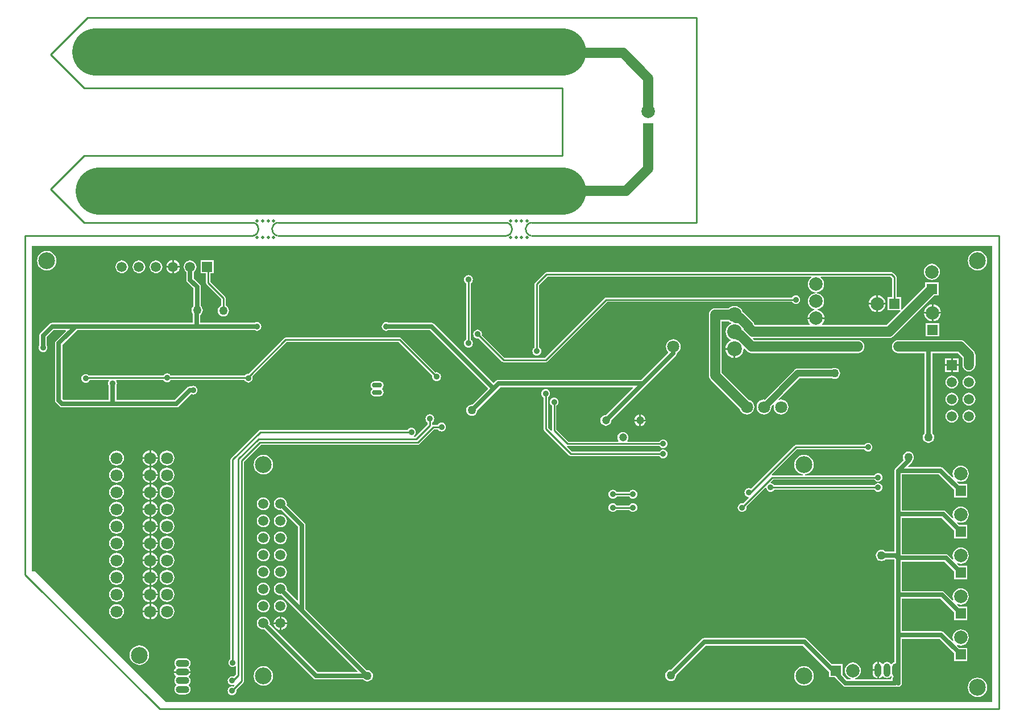
<source format=gbl>
%FSLAX44Y44*%
%MOMM*%
G71*
G01*
G75*
G04 Layer_Physical_Order=2*
G04 Layer_Color=16711680*
%ADD10R,1.4000X1.3000*%
%ADD11R,1.0000X1.1000*%
%ADD12R,0.6000X1.5500*%
%ADD13R,1.1000X1.0000*%
%ADD14R,2.0000X0.6000*%
%ADD15R,6.1000X10.1600*%
%ADD16R,3.0000X2.3000*%
%ADD17R,2.0000X0.7000*%
%ADD18R,1.3000X1.4000*%
%ADD19C,0.2540*%
%ADD20C,0.5000*%
%ADD21C,1.5000*%
%ADD22C,1.0000*%
%ADD23C,0.7000*%
%ADD24C,7.0000*%
%ADD25C,0.4000*%
%ADD26C,2.0000*%
%ADD27C,2.0000*%
%ADD28R,1.6000X1.6000*%
%ADD29R,1.6000X1.6000*%
%ADD30C,1.8000*%
%ADD31C,1.5000*%
%ADD32R,1.5000X1.5000*%
%ADD33O,2.0000X1.1000*%
%ADD34O,1.0000X2.0000*%
%ADD35C,0.5000*%
%ADD36C,1.2000*%
%ADD37C,2.5000*%
%ADD38R,1.5000X1.5000*%
%ADD39C,2.2000*%
%ADD40O,1.5000X0.7500*%
%ADD41C,0.9000*%
%ADD42C,1.2700*%
G36*
X1440000Y10000D02*
X210000D01*
X15000Y205000D01*
X10000D01*
Y690000D01*
X1440000D01*
Y10000D01*
D02*
G37*
%LPC*%
G36*
X184730Y245530D02*
X174528D01*
X174757Y243787D01*
X175920Y240980D01*
X177770Y238570D01*
X180180Y236720D01*
X182987Y235557D01*
X184730Y235328D01*
Y245530D01*
D02*
G37*
G36*
X197472D02*
X187270D01*
Y235328D01*
X189013Y235557D01*
X191820Y236720D01*
X194230Y238570D01*
X196080Y240980D01*
X197243Y243787D01*
X197472Y245530D01*
D02*
G37*
G36*
X184730Y232872D02*
X182987Y232643D01*
X180180Y231480D01*
X177770Y229630D01*
X175920Y227220D01*
X174757Y224412D01*
X174528Y222670D01*
X184730D01*
Y232872D01*
D02*
G37*
G36*
X187270D02*
Y222670D01*
X197472D01*
X197243Y224412D01*
X196080Y227220D01*
X194230Y229630D01*
X191820Y231480D01*
X189013Y232643D01*
X187270Y232872D01*
D02*
G37*
G36*
X354600Y264382D02*
X352120Y264056D01*
X349809Y263098D01*
X347825Y261575D01*
X346302Y259591D01*
X345345Y257280D01*
X345018Y254800D01*
X345345Y252320D01*
X346302Y250009D01*
X347825Y248025D01*
X349809Y246502D01*
X352120Y245544D01*
X354600Y245218D01*
X357080Y245544D01*
X359391Y246502D01*
X361376Y248025D01*
X362898Y250009D01*
X363856Y252320D01*
X364182Y254800D01*
X363856Y257280D01*
X362898Y259591D01*
X361376Y261575D01*
X359391Y263098D01*
X357080Y264056D01*
X354600Y264382D01*
D02*
G37*
G36*
X380000D02*
X377520Y264056D01*
X375209Y263098D01*
X373225Y261575D01*
X371702Y259591D01*
X370745Y257280D01*
X370418Y254800D01*
X370745Y252320D01*
X371702Y250009D01*
X373225Y248025D01*
X375209Y246502D01*
X377520Y245544D01*
X380000Y245218D01*
X382480Y245544D01*
X384791Y246502D01*
X386776Y248025D01*
X388298Y250009D01*
X389255Y252320D01*
X389582Y254800D01*
X389255Y257280D01*
X388298Y259591D01*
X386776Y261575D01*
X384791Y263098D01*
X382480Y264056D01*
X380000Y264382D01*
D02*
G37*
G36*
X136000Y257895D02*
X133128Y257517D01*
X130452Y256409D01*
X128155Y254645D01*
X126391Y252348D01*
X125283Y249672D01*
X124905Y246800D01*
X125283Y243928D01*
X126391Y241252D01*
X128155Y238955D01*
X130452Y237192D01*
X133128Y236083D01*
X136000Y235705D01*
X138872Y236083D01*
X141547Y237192D01*
X143845Y238955D01*
X145608Y241252D01*
X146717Y243928D01*
X147095Y246800D01*
X146717Y249672D01*
X145608Y252348D01*
X143845Y254645D01*
X141547Y256409D01*
X138872Y257517D01*
X136000Y257895D01*
D02*
G37*
G36*
X211000D02*
X208128Y257517D01*
X205452Y256409D01*
X203155Y254645D01*
X201392Y252348D01*
X200283Y249672D01*
X199905Y246800D01*
X200283Y243928D01*
X201392Y241252D01*
X203155Y238955D01*
X205452Y237192D01*
X208128Y236083D01*
X211000Y235705D01*
X213872Y236083D01*
X216547Y237192D01*
X218845Y238955D01*
X220608Y241252D01*
X221717Y243928D01*
X222095Y246800D01*
X221717Y249672D01*
X220608Y252348D01*
X218845Y254645D01*
X216547Y256409D01*
X213872Y257517D01*
X211000Y257895D01*
D02*
G37*
G36*
X184730Y220130D02*
X174528D01*
X174757Y218387D01*
X175920Y215580D01*
X177770Y213170D01*
X180180Y211320D01*
X182987Y210157D01*
X184730Y209928D01*
Y220130D01*
D02*
G37*
G36*
X197472D02*
X187270D01*
Y209928D01*
X189013Y210157D01*
X191820Y211320D01*
X194230Y213170D01*
X196080Y215580D01*
X197243Y218387D01*
X197472Y220130D01*
D02*
G37*
G36*
X184730Y207472D02*
X182987Y207243D01*
X180180Y206080D01*
X177770Y204230D01*
X175920Y201820D01*
X174757Y199013D01*
X174528Y197270D01*
X184730D01*
Y207472D01*
D02*
G37*
G36*
X187270D02*
Y197270D01*
X197472D01*
X197243Y199013D01*
X196080Y201820D01*
X194230Y204230D01*
X191820Y206080D01*
X189013Y207243D01*
X187270Y207472D01*
D02*
G37*
G36*
X354600Y238982D02*
X352120Y238655D01*
X349809Y237698D01*
X347825Y236175D01*
X346302Y234191D01*
X345345Y231880D01*
X345018Y229400D01*
X345345Y226920D01*
X346302Y224609D01*
X347825Y222624D01*
X349809Y221102D01*
X352120Y220145D01*
X354600Y219818D01*
X357080Y220145D01*
X359391Y221102D01*
X361376Y222624D01*
X362898Y224609D01*
X363856Y226920D01*
X364182Y229400D01*
X363856Y231880D01*
X362898Y234191D01*
X361376Y236175D01*
X359391Y237698D01*
X357080Y238655D01*
X354600Y238982D01*
D02*
G37*
G36*
X380000D02*
X377520Y238655D01*
X375209Y237698D01*
X373225Y236175D01*
X371702Y234191D01*
X370745Y231880D01*
X370418Y229400D01*
X370745Y226920D01*
X371702Y224609D01*
X373225Y222624D01*
X375209Y221102D01*
X377520Y220145D01*
X380000Y219818D01*
X382480Y220145D01*
X384791Y221102D01*
X386776Y222624D01*
X388298Y224609D01*
X389255Y226920D01*
X389582Y229400D01*
X389255Y231880D01*
X388298Y234191D01*
X386776Y236175D01*
X384791Y237698D01*
X382480Y238655D01*
X380000Y238982D01*
D02*
G37*
G36*
X136000Y232495D02*
X133128Y232117D01*
X130452Y231008D01*
X128155Y229245D01*
X126391Y226947D01*
X125283Y224272D01*
X124905Y221400D01*
X125283Y218528D01*
X126391Y215853D01*
X128155Y213555D01*
X130452Y211791D01*
X133128Y210683D01*
X136000Y210305D01*
X138872Y210683D01*
X141547Y211791D01*
X143845Y213555D01*
X145608Y215853D01*
X146717Y218528D01*
X147095Y221400D01*
X146717Y224272D01*
X145608Y226947D01*
X143845Y229245D01*
X141547Y231008D01*
X138872Y232117D01*
X136000Y232495D01*
D02*
G37*
G36*
X211000D02*
X208128Y232117D01*
X205452Y231008D01*
X203155Y229245D01*
X201392Y226947D01*
X200283Y224272D01*
X199905Y221400D01*
X200283Y218528D01*
X201392Y215853D01*
X203155Y213555D01*
X205452Y211791D01*
X208128Y210683D01*
X211000Y210305D01*
X213872Y210683D01*
X216547Y211791D01*
X218845Y213555D01*
X220608Y215853D01*
X221717Y218528D01*
X222095Y221400D01*
X221717Y224272D01*
X220608Y226947D01*
X218845Y229245D01*
X216547Y231008D01*
X213872Y232117D01*
X211000Y232495D01*
D02*
G37*
G36*
X184730Y258272D02*
X182987Y258043D01*
X180180Y256880D01*
X177770Y255030D01*
X175920Y252620D01*
X174757Y249813D01*
X174528Y248070D01*
X184730D01*
Y258272D01*
D02*
G37*
G36*
X197472Y296330D02*
X187270D01*
Y286128D01*
X189013Y286357D01*
X191820Y287520D01*
X194230Y289370D01*
X196080Y291780D01*
X197243Y294587D01*
X197472Y296330D01*
D02*
G37*
G36*
X136000Y308695D02*
X133128Y308317D01*
X130452Y307208D01*
X128155Y305445D01*
X126391Y303148D01*
X125283Y300472D01*
X124905Y297600D01*
X125283Y294728D01*
X126391Y292052D01*
X128155Y289755D01*
X130452Y287992D01*
X133128Y286883D01*
X136000Y286505D01*
X138872Y286883D01*
X141547Y287992D01*
X143845Y289755D01*
X145608Y292052D01*
X146717Y294728D01*
X147095Y297600D01*
X146717Y300472D01*
X145608Y303148D01*
X143845Y305445D01*
X141547Y307208D01*
X138872Y308317D01*
X136000Y308695D01*
D02*
G37*
G36*
X187270Y283672D02*
Y273470D01*
X197472D01*
X197243Y275212D01*
X196080Y278020D01*
X194230Y280430D01*
X191820Y282280D01*
X189013Y283443D01*
X187270Y283672D01*
D02*
G37*
G36*
X184730Y296330D02*
X174528D01*
X174757Y294587D01*
X175920Y291780D01*
X177770Y289370D01*
X180180Y287520D01*
X182987Y286357D01*
X184730Y286128D01*
Y296330D01*
D02*
G37*
G36*
Y309072D02*
X182987Y308843D01*
X180180Y307680D01*
X177770Y305830D01*
X175920Y303420D01*
X174757Y300613D01*
X174528Y298870D01*
X184730D01*
Y309072D01*
D02*
G37*
G36*
X187270D02*
Y298870D01*
X197472D01*
X197243Y300613D01*
X196080Y303420D01*
X194230Y305830D01*
X191820Y307680D01*
X189013Y308843D01*
X187270Y309072D01*
D02*
G37*
G36*
X211000Y308695D02*
X208128Y308317D01*
X205452Y307208D01*
X203155Y305445D01*
X201392Y303148D01*
X200283Y300472D01*
X199905Y297600D01*
X200283Y294728D01*
X201392Y292052D01*
X203155Y289755D01*
X205452Y287992D01*
X208128Y286883D01*
X211000Y286505D01*
X213872Y286883D01*
X216547Y287992D01*
X218845Y289755D01*
X220608Y292052D01*
X221717Y294728D01*
X222095Y297600D01*
X221717Y300472D01*
X220608Y303148D01*
X218845Y305445D01*
X216547Y307208D01*
X213872Y308317D01*
X211000Y308695D01*
D02*
G37*
G36*
X354600Y315182D02*
X352120Y314855D01*
X349809Y313898D01*
X347825Y312375D01*
X346302Y310391D01*
X345345Y308080D01*
X345018Y305600D01*
X345345Y303120D01*
X346302Y300809D01*
X347825Y298825D01*
X349809Y297302D01*
X352120Y296345D01*
X354600Y296018D01*
X357080Y296345D01*
X359391Y297302D01*
X361376Y298825D01*
X362898Y300809D01*
X363856Y303120D01*
X364182Y305600D01*
X363856Y308080D01*
X362898Y310391D01*
X361376Y312375D01*
X359391Y313898D01*
X357080Y314855D01*
X354600Y315182D01*
D02*
G37*
G36*
X197472Y270930D02*
X187270D01*
Y260728D01*
X189013Y260957D01*
X191820Y262120D01*
X194230Y263970D01*
X196080Y266380D01*
X197243Y269187D01*
X197472Y270930D01*
D02*
G37*
G36*
X136000Y283295D02*
X133128Y282917D01*
X130452Y281808D01*
X128155Y280045D01*
X126391Y277747D01*
X125283Y275072D01*
X124905Y272200D01*
X125283Y269328D01*
X126391Y266653D01*
X128155Y264355D01*
X130452Y262591D01*
X133128Y261483D01*
X136000Y261105D01*
X138872Y261483D01*
X141547Y262591D01*
X143845Y264355D01*
X145608Y266653D01*
X146717Y269328D01*
X147095Y272200D01*
X146717Y275072D01*
X145608Y277747D01*
X143845Y280045D01*
X141547Y281808D01*
X138872Y282917D01*
X136000Y283295D01*
D02*
G37*
G36*
X187270Y258272D02*
Y248070D01*
X197472D01*
X197243Y249813D01*
X196080Y252620D01*
X194230Y255030D01*
X191820Y256880D01*
X189013Y258043D01*
X187270Y258272D01*
D02*
G37*
G36*
X184730Y270930D02*
X174528D01*
X174757Y269187D01*
X175920Y266380D01*
X177770Y263970D01*
X180180Y262120D01*
X182987Y260957D01*
X184730Y260728D01*
Y270930D01*
D02*
G37*
G36*
X380000Y289782D02*
X377520Y289456D01*
X375209Y288498D01*
X373225Y286975D01*
X371702Y284991D01*
X370745Y282680D01*
X370418Y280200D01*
X370745Y277720D01*
X371702Y275409D01*
X373225Y273424D01*
X375209Y271902D01*
X377520Y270944D01*
X380000Y270618D01*
X382480Y270944D01*
X384791Y271902D01*
X386776Y273424D01*
X388298Y275409D01*
X389255Y277720D01*
X389582Y280200D01*
X389255Y282680D01*
X388298Y284991D01*
X386776Y286975D01*
X384791Y288498D01*
X382480Y289456D01*
X380000Y289782D01*
D02*
G37*
G36*
X184730Y283672D02*
X182987Y283443D01*
X180180Y282280D01*
X177770Y280430D01*
X175920Y278020D01*
X174757Y275212D01*
X174528Y273470D01*
X184730D01*
Y283672D01*
D02*
G37*
G36*
X211000Y283295D02*
X208128Y282917D01*
X205452Y281808D01*
X203155Y280045D01*
X201392Y277747D01*
X200283Y275072D01*
X199905Y272200D01*
X200283Y269328D01*
X201392Y266653D01*
X203155Y264355D01*
X205452Y262591D01*
X208128Y261483D01*
X211000Y261105D01*
X213872Y261483D01*
X216547Y262591D01*
X218845Y264355D01*
X220608Y266653D01*
X221717Y269328D01*
X222095Y272200D01*
X221717Y275072D01*
X220608Y277747D01*
X218845Y280045D01*
X216547Y281808D01*
X213872Y282917D01*
X211000Y283295D01*
D02*
G37*
G36*
X354600Y289782D02*
X352120Y289456D01*
X349809Y288498D01*
X347825Y286975D01*
X346302Y284991D01*
X345345Y282680D01*
X345018Y280200D01*
X345345Y277720D01*
X346302Y275409D01*
X347825Y273424D01*
X349809Y271902D01*
X352120Y270944D01*
X354600Y270618D01*
X357080Y270944D01*
X359391Y271902D01*
X361376Y273424D01*
X362898Y275409D01*
X363856Y277720D01*
X364182Y280200D01*
X363856Y282680D01*
X362898Y284991D01*
X361376Y286975D01*
X359391Y288498D01*
X357080Y289456D01*
X354600Y289782D01*
D02*
G37*
G36*
X380000Y213582D02*
X377520Y213256D01*
X375209Y212298D01*
X373225Y210775D01*
X371702Y208791D01*
X370745Y206480D01*
X370418Y204000D01*
X370745Y201520D01*
X371702Y199209D01*
X373225Y197225D01*
X375209Y195702D01*
X377520Y194744D01*
X380000Y194418D01*
X382480Y194744D01*
X384791Y195702D01*
X386776Y197225D01*
X388298Y199209D01*
X389255Y201520D01*
X389582Y204000D01*
X389255Y206480D01*
X388298Y208791D01*
X386776Y210775D01*
X384791Y212298D01*
X382480Y213256D01*
X380000Y213582D01*
D02*
G37*
G36*
X378730Y137759D02*
X377379Y137582D01*
X374937Y136570D01*
X372839Y134961D01*
X371230Y132863D01*
X370218Y130421D01*
X370041Y129070D01*
X378730D01*
Y137759D01*
D02*
G37*
G36*
X381270D02*
Y129070D01*
X389959D01*
X389782Y130421D01*
X388770Y132863D01*
X387161Y134961D01*
X385063Y136570D01*
X382621Y137582D01*
X381270Y137759D01*
D02*
G37*
G36*
X378730Y126530D02*
X370041D01*
X370218Y125179D01*
X371230Y122737D01*
X372839Y120639D01*
X374937Y119030D01*
X377379Y118018D01*
X378730Y117841D01*
Y126530D01*
D02*
G37*
G36*
X389959D02*
X381270D01*
Y117841D01*
X382621Y118018D01*
X385063Y119030D01*
X387161Y120639D01*
X388770Y122737D01*
X389782Y125179D01*
X389959Y126530D01*
D02*
G37*
G36*
X136000Y156095D02*
X133128Y155717D01*
X130452Y154608D01*
X128155Y152845D01*
X126391Y150548D01*
X125283Y147872D01*
X124905Y145000D01*
X125283Y142128D01*
X126391Y139452D01*
X128155Y137155D01*
X130452Y135392D01*
X133128Y134283D01*
X136000Y133905D01*
X138872Y134283D01*
X141547Y135392D01*
X143845Y137155D01*
X145608Y139452D01*
X146717Y142128D01*
X147095Y145000D01*
X146717Y147872D01*
X145608Y150548D01*
X143845Y152845D01*
X141547Y154608D01*
X138872Y155717D01*
X136000Y156095D01*
D02*
G37*
G36*
X211000D02*
X208128Y155717D01*
X205452Y154608D01*
X203155Y152845D01*
X201392Y150548D01*
X200283Y147872D01*
X199905Y145000D01*
X200283Y142128D01*
X201392Y139452D01*
X203155Y137155D01*
X205452Y135392D01*
X208128Y134283D01*
X211000Y133905D01*
X213872Y134283D01*
X216547Y135392D01*
X218845Y137155D01*
X220608Y139452D01*
X221717Y142128D01*
X222095Y145000D01*
X221717Y147872D01*
X220608Y150548D01*
X218845Y152845D01*
X216547Y154608D01*
X213872Y155717D01*
X211000Y156095D01*
D02*
G37*
G36*
X184730Y143730D02*
X174528D01*
X174757Y141987D01*
X175920Y139180D01*
X177770Y136770D01*
X180180Y134920D01*
X182987Y133757D01*
X184730Y133528D01*
Y143730D01*
D02*
G37*
G36*
X197472D02*
X187270D01*
Y133528D01*
X189013Y133757D01*
X191820Y134920D01*
X194230Y136770D01*
X196080Y139180D01*
X197243Y141987D01*
X197472Y143730D01*
D02*
G37*
G36*
X354600Y63625D02*
X350815Y63127D01*
X347287Y61666D01*
X344258Y59342D01*
X341934Y56313D01*
X340473Y52785D01*
X339975Y49000D01*
X340473Y45215D01*
X341934Y41687D01*
X344258Y38658D01*
X347287Y36334D01*
X350815Y34873D01*
X354600Y34375D01*
X358385Y34873D01*
X361913Y36334D01*
X364941Y38658D01*
X367266Y41687D01*
X368727Y45215D01*
X369225Y49000D01*
X368727Y52785D01*
X367266Y56313D01*
X364941Y59342D01*
X361913Y61666D01*
X358385Y63127D01*
X354600Y63625D01*
D02*
G37*
G36*
X1159600D02*
X1155815Y63127D01*
X1152287Y61666D01*
X1149258Y59342D01*
X1146934Y56313D01*
X1145473Y52785D01*
X1144975Y49000D01*
X1145473Y45215D01*
X1146934Y41687D01*
X1149258Y38658D01*
X1152287Y36334D01*
X1155815Y34873D01*
X1159600Y34375D01*
X1163385Y34873D01*
X1166913Y36334D01*
X1169941Y38658D01*
X1172266Y41687D01*
X1173727Y45215D01*
X1174225Y49000D01*
X1173727Y52785D01*
X1172266Y56313D01*
X1169941Y59342D01*
X1166913Y61666D01*
X1163385Y63127D01*
X1159600Y63625D01*
D02*
G37*
G36*
X1418000Y46625D02*
X1414215Y46127D01*
X1410688Y44666D01*
X1407659Y42341D01*
X1405334Y39313D01*
X1403873Y35785D01*
X1403375Y32000D01*
X1403873Y28215D01*
X1405334Y24688D01*
X1407659Y21658D01*
X1410688Y19334D01*
X1414215Y17873D01*
X1418000Y17375D01*
X1421785Y17873D01*
X1425313Y19334D01*
X1428342Y21658D01*
X1430666Y24688D01*
X1432127Y28215D01*
X1432625Y32000D01*
X1432127Y35785D01*
X1430666Y39313D01*
X1428342Y42341D01*
X1425313Y44666D01*
X1421785Y46127D01*
X1418000Y46625D01*
D02*
G37*
G36*
X246442Y53730D02*
X221558D01*
X221667Y52901D01*
X222477Y50945D01*
X223766Y49266D01*
X224380Y48795D01*
Y47525D01*
X224151Y47349D01*
X222949Y45782D01*
X222193Y43958D01*
X221935Y42000D01*
X222193Y40042D01*
X222949Y38218D01*
X224151Y36651D01*
X224823Y36135D01*
Y34865D01*
X224151Y34349D01*
X222949Y32782D01*
X222193Y30958D01*
X221935Y29000D01*
X222193Y27042D01*
X222949Y25218D01*
X224151Y23651D01*
X225718Y22449D01*
X227542Y21693D01*
X229500Y21435D01*
X238500D01*
X240458Y21693D01*
X242282Y22449D01*
X243849Y23651D01*
X245051Y25218D01*
X245807Y27042D01*
X246065Y29000D01*
X245807Y30958D01*
X245051Y32782D01*
X243849Y34349D01*
X243177Y34865D01*
Y36135D01*
X243849Y36651D01*
X245051Y38218D01*
X245807Y40042D01*
X246065Y42000D01*
X245807Y43958D01*
X245051Y45782D01*
X243849Y47349D01*
X243620Y47525D01*
Y48795D01*
X244234Y49266D01*
X245523Y50945D01*
X246333Y52901D01*
X246442Y53730D01*
D02*
G37*
G36*
X1268430Y70438D02*
X1267732Y70346D01*
X1265898Y69586D01*
X1264322Y68378D01*
X1263114Y66803D01*
X1262354Y64968D01*
X1262095Y63000D01*
Y59270D01*
X1268430D01*
Y70438D01*
D02*
G37*
G36*
X170000Y94625D02*
X166215Y94127D01*
X162687Y92666D01*
X159658Y90342D01*
X157334Y87313D01*
X155873Y83785D01*
X155375Y80000D01*
X155873Y76215D01*
X157334Y72687D01*
X159658Y69658D01*
X162687Y67334D01*
X166215Y65873D01*
X170000Y65375D01*
X173785Y65873D01*
X177313Y67334D01*
X180341Y69658D01*
X182666Y72687D01*
X184127Y76215D01*
X184625Y80000D01*
X184127Y83785D01*
X182666Y87313D01*
X180341Y90342D01*
X177313Y92666D01*
X173785Y94127D01*
X170000Y94625D01*
D02*
G37*
G36*
X1268430Y56730D02*
X1262095D01*
Y53000D01*
X1262354Y51032D01*
X1263114Y49198D01*
X1264322Y47622D01*
X1265898Y46414D01*
X1267732Y45654D01*
X1268430Y45562D01*
Y56730D01*
D02*
G37*
G36*
X238500Y75565D02*
X229500D01*
X227542Y75307D01*
X225718Y74551D01*
X224151Y73349D01*
X222949Y71782D01*
X222193Y69958D01*
X221935Y68000D01*
X222193Y66042D01*
X222949Y64218D01*
X224151Y62651D01*
X224380Y62475D01*
Y61205D01*
X223766Y60734D01*
X222477Y59055D01*
X221667Y57099D01*
X221558Y56270D01*
X246442D01*
X246333Y57099D01*
X245523Y59055D01*
X244234Y60734D01*
X243620Y61205D01*
Y62475D01*
X243849Y62651D01*
X245051Y64218D01*
X245807Y66042D01*
X246065Y68000D01*
X245807Y69958D01*
X245051Y71782D01*
X243849Y73349D01*
X242282Y74551D01*
X240458Y75307D01*
X238500Y75565D01*
D02*
G37*
G36*
X354600Y162782D02*
X352120Y162456D01*
X349809Y161498D01*
X347825Y159975D01*
X346302Y157991D01*
X345345Y155680D01*
X345018Y153200D01*
X345345Y150720D01*
X346302Y148409D01*
X347825Y146425D01*
X349809Y144902D01*
X352120Y143945D01*
X354600Y143618D01*
X357080Y143945D01*
X359391Y144902D01*
X361376Y146425D01*
X362898Y148409D01*
X363856Y150720D01*
X364182Y153200D01*
X363856Y155680D01*
X362898Y157991D01*
X361376Y159975D01*
X359391Y161498D01*
X357080Y162456D01*
X354600Y162782D01*
D02*
G37*
G36*
X187270Y181872D02*
Y171670D01*
X197472D01*
X197243Y173412D01*
X196080Y176220D01*
X194230Y178630D01*
X191820Y180480D01*
X189013Y181643D01*
X187270Y181872D01*
D02*
G37*
G36*
X184730Y194730D02*
X174528D01*
X174757Y192987D01*
X175920Y190180D01*
X177770Y187770D01*
X180180Y185920D01*
X182987Y184757D01*
X184730Y184528D01*
Y194730D01*
D02*
G37*
G36*
X354600Y188182D02*
X352120Y187855D01*
X349809Y186898D01*
X347825Y185375D01*
X346302Y183391D01*
X345345Y181080D01*
X345018Y178600D01*
X345345Y176120D01*
X346302Y173809D01*
X347825Y171824D01*
X349809Y170302D01*
X352120Y169345D01*
X354600Y169018D01*
X357080Y169345D01*
X359391Y170302D01*
X361376Y171824D01*
X362898Y173809D01*
X363856Y176120D01*
X364182Y178600D01*
X363856Y181080D01*
X362898Y183391D01*
X361376Y185375D01*
X359391Y186898D01*
X357080Y187855D01*
X354600Y188182D01*
D02*
G37*
G36*
X184730Y181872D02*
X182987Y181643D01*
X180180Y180480D01*
X177770Y178630D01*
X175920Y176220D01*
X174757Y173412D01*
X174528Y171670D01*
X184730D01*
Y181872D01*
D02*
G37*
G36*
X211000Y207095D02*
X208128Y206717D01*
X205452Y205609D01*
X203155Y203845D01*
X201392Y201548D01*
X200283Y198872D01*
X199905Y196000D01*
X200283Y193128D01*
X201392Y190452D01*
X203155Y188155D01*
X205452Y186392D01*
X208128Y185283D01*
X211000Y184905D01*
X213872Y185283D01*
X216547Y186392D01*
X218845Y188155D01*
X220608Y190452D01*
X221717Y193128D01*
X222095Y196000D01*
X221717Y198872D01*
X220608Y201548D01*
X218845Y203845D01*
X216547Y205609D01*
X213872Y206717D01*
X211000Y207095D01*
D02*
G37*
G36*
X354600Y213582D02*
X352120Y213256D01*
X349809Y212298D01*
X347825Y210775D01*
X346302Y208791D01*
X345345Y206480D01*
X345018Y204000D01*
X345345Y201520D01*
X346302Y199209D01*
X347825Y197225D01*
X349809Y195702D01*
X352120Y194744D01*
X354600Y194418D01*
X357080Y194744D01*
X359391Y195702D01*
X361376Y197225D01*
X362898Y199209D01*
X363856Y201520D01*
X364182Y204000D01*
X363856Y206480D01*
X362898Y208791D01*
X361376Y210775D01*
X359391Y212298D01*
X357080Y213256D01*
X354600Y213582D01*
D02*
G37*
G36*
X197472Y194730D02*
X187270D01*
Y184528D01*
X189013Y184757D01*
X191820Y185920D01*
X194230Y187770D01*
X196080Y190180D01*
X197243Y192987D01*
X197472Y194730D01*
D02*
G37*
G36*
X136000Y207095D02*
X133128Y206717D01*
X130452Y205609D01*
X128155Y203845D01*
X126391Y201548D01*
X125283Y198872D01*
X124905Y196000D01*
X125283Y193128D01*
X126391Y190452D01*
X128155Y188155D01*
X130452Y186392D01*
X133128Y185283D01*
X136000Y184905D01*
X138872Y185283D01*
X141547Y186392D01*
X143845Y188155D01*
X145608Y190452D01*
X146717Y193128D01*
X147095Y196000D01*
X146717Y198872D01*
X145608Y201548D01*
X143845Y203845D01*
X141547Y205609D01*
X138872Y206717D01*
X136000Y207095D01*
D02*
G37*
G36*
X187270Y156472D02*
Y146270D01*
X197472D01*
X197243Y148013D01*
X196080Y150820D01*
X194230Y153230D01*
X191820Y155080D01*
X189013Y156243D01*
X187270Y156472D01*
D02*
G37*
G36*
X184730Y169130D02*
X174528D01*
X174757Y167387D01*
X175920Y164580D01*
X177770Y162170D01*
X180180Y160320D01*
X182987Y159157D01*
X184730Y158928D01*
Y169130D01*
D02*
G37*
G36*
X380000Y162782D02*
X377520Y162456D01*
X375209Y161498D01*
X373225Y159975D01*
X371702Y157991D01*
X370745Y155680D01*
X370418Y153200D01*
X370745Y150720D01*
X371702Y148409D01*
X373225Y146425D01*
X375209Y144902D01*
X377520Y143945D01*
X380000Y143618D01*
X382480Y143945D01*
X384791Y144902D01*
X386776Y146425D01*
X388298Y148409D01*
X389255Y150720D01*
X389582Y153200D01*
X389255Y155680D01*
X388298Y157991D01*
X386776Y159975D01*
X384791Y161498D01*
X382480Y162456D01*
X380000Y162782D01*
D02*
G37*
G36*
X184730Y156472D02*
X182987Y156243D01*
X180180Y155080D01*
X177770Y153230D01*
X175920Y150820D01*
X174757Y148013D01*
X174528Y146270D01*
X184730D01*
Y156472D01*
D02*
G37*
G36*
X211000Y181495D02*
X208128Y181117D01*
X205452Y180009D01*
X203155Y178245D01*
X201392Y175947D01*
X200283Y173272D01*
X199905Y170400D01*
X200283Y167528D01*
X201392Y164853D01*
X203155Y162555D01*
X205452Y160791D01*
X208128Y159683D01*
X211000Y159305D01*
X213872Y159683D01*
X216547Y160791D01*
X218845Y162555D01*
X220608Y164853D01*
X221717Y167528D01*
X222095Y170400D01*
X221717Y173272D01*
X220608Y175947D01*
X218845Y178245D01*
X216547Y180009D01*
X213872Y181117D01*
X211000Y181495D01*
D02*
G37*
G36*
X380000Y315182D02*
X377520Y314855D01*
X375209Y313898D01*
X373225Y312375D01*
X371702Y310391D01*
X370745Y308080D01*
X370418Y305600D01*
X370745Y303120D01*
X371702Y300809D01*
X373225Y298825D01*
X375209Y297302D01*
X377520Y296345D01*
X380000Y296018D01*
X381459Y296210D01*
X406192Y271477D01*
Y161998D01*
X405019Y161512D01*
X389390Y177141D01*
X389582Y178600D01*
X389255Y181080D01*
X388298Y183391D01*
X386776Y185375D01*
X384791Y186898D01*
X382480Y187855D01*
X380000Y188182D01*
X377520Y187855D01*
X375209Y186898D01*
X373225Y185375D01*
X371702Y183391D01*
X370745Y181080D01*
X370418Y178600D01*
X370745Y176120D01*
X371702Y173809D01*
X373225Y171824D01*
X375209Y170302D01*
X377520Y169345D01*
X380000Y169018D01*
X381459Y169210D01*
X407835Y142835D01*
X494588Y56081D01*
X494102Y54908D01*
X435423D01*
X363990Y126341D01*
X364182Y127800D01*
X363856Y130280D01*
X362898Y132591D01*
X361376Y134575D01*
X359391Y136098D01*
X357080Y137056D01*
X354600Y137382D01*
X352120Y137056D01*
X349809Y136098D01*
X347825Y134575D01*
X346302Y132591D01*
X345345Y130280D01*
X345018Y127800D01*
X345345Y125320D01*
X346302Y123009D01*
X347825Y121025D01*
X349809Y119502D01*
X352120Y118545D01*
X354600Y118218D01*
X356059Y118410D01*
X429135Y45335D01*
X430954Y44119D01*
X433100Y43692D01*
X503078D01*
X503345Y43345D01*
X505089Y42006D01*
X507120Y41165D01*
X509300Y40878D01*
X511480Y41165D01*
X513511Y42006D01*
X515255Y43345D01*
X516594Y45089D01*
X517435Y47120D01*
X517722Y49300D01*
X517435Y51480D01*
X516594Y53511D01*
X515255Y55255D01*
X513511Y56594D01*
X511480Y57435D01*
X509300Y57722D01*
X508866Y57665D01*
X417408Y149123D01*
Y273800D01*
X416981Y275946D01*
X415765Y277765D01*
X389390Y304141D01*
X389582Y305600D01*
X389255Y308080D01*
X388298Y310391D01*
X386776Y312375D01*
X384791Y313898D01*
X382480Y314855D01*
X380000Y315182D01*
D02*
G37*
G36*
X197472Y169130D02*
X187270D01*
Y158928D01*
X189013Y159157D01*
X191820Y160320D01*
X194230Y162170D01*
X196080Y164580D01*
X197243Y167387D01*
X197472Y169130D01*
D02*
G37*
G36*
X136000Y181495D02*
X133128Y181117D01*
X130452Y180009D01*
X128155Y178245D01*
X126391Y175947D01*
X125283Y173272D01*
X124905Y170400D01*
X125283Y167528D01*
X126391Y164853D01*
X128155Y162555D01*
X130452Y160791D01*
X133128Y159683D01*
X136000Y159305D01*
X138872Y159683D01*
X141547Y160791D01*
X143845Y162555D01*
X145608Y164853D01*
X146717Y167528D01*
X147095Y170400D01*
X146717Y173272D01*
X145608Y175947D01*
X143845Y178245D01*
X141547Y180009D01*
X138872Y181117D01*
X136000Y181495D01*
D02*
G37*
G36*
X1361000Y575000D02*
X1341000D01*
Y555000D01*
X1361000D01*
Y575000D01*
D02*
G37*
G36*
X1290054Y650780D02*
X776154D01*
X774878Y650526D01*
X773796Y649803D01*
X759391Y635398D01*
X758668Y634316D01*
X758414Y633040D01*
Y630952D01*
X758411Y630939D01*
X758414Y630925D01*
X758463Y538832D01*
X757164Y537836D01*
X756122Y536478D01*
X755467Y534897D01*
X755244Y533200D01*
X755467Y531503D01*
X756122Y529922D01*
X757164Y528564D01*
X758522Y527522D01*
X760103Y526867D01*
X761800Y526644D01*
X763497Y526867D01*
X765078Y527522D01*
X766436Y528564D01*
X767478Y529922D01*
X768133Y531503D01*
X768356Y533200D01*
X768133Y534897D01*
X767478Y536478D01*
X766436Y537836D01*
X765131Y538837D01*
X765082Y630938D01*
Y631659D01*
X777535Y644112D01*
X1170313D01*
X1170744Y642842D01*
X1168941Y641459D01*
X1167018Y638952D01*
X1165809Y636033D01*
X1165396Y632900D01*
X1165809Y629767D01*
X1167018Y626848D01*
X1168941Y624342D01*
X1171448Y622418D01*
X1174367Y621209D01*
X1176596Y620915D01*
X1176596D01*
X1177166Y620840D01*
Y620833D01*
Y620792D01*
Y620718D01*
Y619682D01*
Y619608D01*
Y619567D01*
Y619560D01*
X1176596Y619484D01*
D01*
X1174367Y619191D01*
X1171448Y617982D01*
X1168941Y616059D01*
X1167018Y613552D01*
X1165809Y610633D01*
X1165396Y607500D01*
X1165809Y604367D01*
X1167018Y601448D01*
X1168941Y598941D01*
X1171448Y597018D01*
X1174367Y595809D01*
X1175097Y595713D01*
Y594432D01*
X1174226Y594317D01*
X1171176Y593054D01*
X1168556Y591044D01*
X1166546Y588424D01*
X1165283Y585374D01*
X1165019Y583370D01*
X1189981D01*
X1189717Y585374D01*
X1188454Y588424D01*
X1186444Y591044D01*
X1183824Y593054D01*
X1180774Y594317D01*
X1179903Y594432D01*
Y595713D01*
X1180633Y595809D01*
X1183552Y597018D01*
X1186059Y598941D01*
X1187982Y601448D01*
X1189191Y604367D01*
X1189604Y607500D01*
X1189191Y610633D01*
X1187982Y613552D01*
X1186059Y616059D01*
X1183552Y617982D01*
X1180633Y619191D01*
X1178404Y619484D01*
X1178404D01*
X1177835Y619560D01*
Y619567D01*
Y619608D01*
Y619682D01*
Y620718D01*
Y620792D01*
Y620833D01*
Y620840D01*
X1178404Y620915D01*
D01*
X1180633Y621209D01*
X1183552Y622418D01*
X1186059Y624342D01*
X1187982Y626848D01*
X1189191Y629767D01*
X1189604Y632900D01*
X1189191Y636033D01*
X1187982Y638952D01*
X1186059Y641459D01*
X1184256Y642842D01*
X1184687Y644112D01*
X1288673D01*
X1290666Y642119D01*
Y614000D01*
X1284000D01*
Y594000D01*
X1302653D01*
X1303179Y592730D01*
X1282531Y572082D01*
X1186929D01*
X1186594Y573352D01*
X1188454Y575776D01*
X1189717Y578826D01*
X1189981Y580830D01*
X1165019D01*
X1165283Y578826D01*
X1166546Y575776D01*
X1168406Y573352D01*
X1168071Y572082D01*
X1087102D01*
X1085432Y573752D01*
X1085195Y574325D01*
X1084798Y575282D01*
X1083276Y577267D01*
X1071267Y589276D01*
X1069282Y590798D01*
X1068535Y591108D01*
X1067355Y593956D01*
X1065272Y596672D01*
X1062556Y598755D01*
X1059394Y600065D01*
X1056000Y600512D01*
X1052606Y600065D01*
X1049444Y598755D01*
X1047133Y596982D01*
X1027400D01*
X1024920Y596655D01*
X1022609Y595698D01*
X1020625Y594175D01*
X1019102Y592191D01*
X1018145Y589880D01*
X1017818Y587400D01*
Y497200D01*
X1018145Y494720D01*
X1019102Y492409D01*
X1020625Y490424D01*
X1063877Y447172D01*
X1063883Y447128D01*
X1064992Y444453D01*
X1066755Y442155D01*
X1069053Y440392D01*
X1071728Y439283D01*
X1074600Y438905D01*
X1077472Y439283D01*
X1080147Y440392D01*
X1082445Y442155D01*
X1084209Y444453D01*
X1085317Y447128D01*
X1085695Y450000D01*
X1085317Y452872D01*
X1084209Y455547D01*
X1082445Y457845D01*
X1080147Y459608D01*
X1077472Y460717D01*
X1077428Y460723D01*
X1036982Y501169D01*
Y577818D01*
X1047133D01*
X1049444Y576045D01*
X1051031Y575387D01*
Y574013D01*
X1049444Y573355D01*
X1046728Y571272D01*
X1044644Y568556D01*
X1043335Y565394D01*
X1042888Y562000D01*
X1043335Y558606D01*
X1044644Y555444D01*
X1046728Y552728D01*
X1049444Y550644D01*
X1050451Y550227D01*
Y548957D01*
X1049172Y548427D01*
X1046343Y546257D01*
X1044173Y543428D01*
X1042809Y540135D01*
X1042510Y537870D01*
X1056000D01*
Y536600D01*
X1057270D01*
Y523110D01*
X1059535Y523409D01*
X1062828Y524773D01*
X1065657Y526943D01*
X1067827Y529772D01*
X1069192Y533065D01*
X1069657Y536600D01*
X1069644Y536695D01*
X1070783Y537257D01*
X1074816Y533225D01*
X1076800Y531702D01*
X1079111Y530745D01*
X1081591Y530418D01*
X1240000D01*
X1242480Y530745D01*
X1244791Y531702D01*
X1246776Y533225D01*
X1248298Y535209D01*
X1249256Y537520D01*
X1249582Y540000D01*
X1249256Y542480D01*
X1248298Y544791D01*
X1246776Y546776D01*
X1244791Y548298D01*
X1242480Y549255D01*
X1240000Y549582D01*
X1085560D01*
X1083494Y551648D01*
X1084020Y552918D01*
X1286500D01*
X1288980Y553245D01*
X1291291Y554202D01*
X1293275Y555724D01*
X1353551Y616000D01*
X1360000D01*
Y636000D01*
X1340000D01*
Y629551D01*
X1305270Y594821D01*
X1304000Y595347D01*
Y614000D01*
X1297334D01*
Y643500D01*
X1297080Y644776D01*
X1296358Y645857D01*
X1292411Y649803D01*
X1291330Y650526D01*
X1290054Y650780D01*
D02*
G37*
G36*
X1054730Y535330D02*
X1042510D01*
X1042809Y533065D01*
X1044173Y529772D01*
X1046343Y526943D01*
X1049172Y524773D01*
X1052465Y523409D01*
X1054730Y523110D01*
Y535330D01*
D02*
G37*
G36*
X660000Y646556D02*
X658303Y646333D01*
X656722Y645678D01*
X655364Y644636D01*
X654322Y643278D01*
X653667Y641697D01*
X653444Y640000D01*
X653667Y638303D01*
X654322Y636722D01*
X655364Y635364D01*
X656666Y634365D01*
Y556800D01*
Y550635D01*
X655364Y549636D01*
X654322Y548278D01*
X653667Y546697D01*
X653444Y545000D01*
X653667Y543303D01*
X654322Y541722D01*
X655364Y540364D01*
X656722Y539322D01*
X658303Y538667D01*
X660000Y538444D01*
X661697Y538667D01*
X663278Y539322D01*
X664636Y540364D01*
X665678Y541722D01*
X666333Y543303D01*
X666556Y545000D01*
X666333Y546697D01*
X665678Y548278D01*
X664636Y549636D01*
X663334Y550635D01*
Y556800D01*
Y634365D01*
X664636Y635364D01*
X665678Y636722D01*
X666333Y638303D01*
X666556Y640000D01*
X666333Y641697D01*
X665678Y643278D01*
X664636Y644636D01*
X663278Y645678D01*
X661697Y646333D01*
X660000Y646556D01*
D02*
G37*
G36*
X1363481Y589130D02*
X1352270D01*
Y577919D01*
X1354274Y578183D01*
X1357324Y579446D01*
X1359944Y581456D01*
X1361954Y584076D01*
X1363217Y587126D01*
X1363481Y589130D01*
D02*
G37*
G36*
X280500Y668500D02*
X261500D01*
Y649500D01*
X269166D01*
Y635000D01*
X269420Y633724D01*
X270142Y632643D01*
X291666Y611119D01*
Y601157D01*
X290789Y600794D01*
X289045Y599455D01*
X287706Y597711D01*
X286865Y595680D01*
X286578Y593500D01*
X286865Y591320D01*
X287706Y589289D01*
X289045Y587545D01*
X290789Y586206D01*
X292820Y585365D01*
X295000Y585078D01*
X297180Y585365D01*
X299211Y586206D01*
X300955Y587545D01*
X302294Y589289D01*
X303135Y591320D01*
X303422Y593500D01*
X303135Y595680D01*
X302294Y597711D01*
X300955Y599455D01*
X299211Y600794D01*
X298334Y601157D01*
Y612500D01*
X298080Y613776D01*
X297358Y614857D01*
X275834Y636381D01*
Y649500D01*
X280500D01*
Y668500D01*
D02*
G37*
G36*
X245600Y668582D02*
X243120Y668255D01*
X240809Y667298D01*
X238825Y665776D01*
X237302Y663791D01*
X236345Y661480D01*
X236018Y659000D01*
X236345Y656520D01*
X237302Y654209D01*
X238825Y652225D01*
X239992Y651329D01*
Y639400D01*
X240419Y637254D01*
X241635Y635435D01*
X250392Y626677D01*
Y600222D01*
X250045Y599955D01*
X248706Y598211D01*
X247865Y596180D01*
X247578Y594000D01*
X247865Y591820D01*
X248706Y589789D01*
X249392Y588895D01*
Y575608D01*
X40000D01*
X40000Y575608D01*
X37854Y575181D01*
X36035Y573965D01*
X22585Y560515D01*
X21369Y558696D01*
X20942Y556550D01*
Y541819D01*
X20872Y541728D01*
X20217Y540147D01*
X19994Y538450D01*
X20217Y536753D01*
X20872Y535172D01*
X21914Y533814D01*
X23272Y532772D01*
X24853Y532117D01*
X26550Y531894D01*
X28247Y532117D01*
X29828Y532772D01*
X31186Y533814D01*
X32228Y535172D01*
X32883Y536753D01*
X33106Y538450D01*
X32883Y540147D01*
X32228Y541728D01*
X32158Y541819D01*
Y554227D01*
X42323Y564392D01*
X59802D01*
X60288Y563219D01*
X46035Y548965D01*
X44819Y547146D01*
X44392Y545000D01*
Y460000D01*
X44819Y457854D01*
X46035Y456035D01*
X51035Y451035D01*
X52854Y449819D01*
X55000Y449392D01*
X225000D01*
X227146Y449819D01*
X228965Y451035D01*
X247097Y469167D01*
X248303Y468667D01*
X250000Y468444D01*
X251697Y468667D01*
X253278Y469322D01*
X254636Y470364D01*
X255678Y471722D01*
X256333Y473303D01*
X256556Y475000D01*
X256333Y476697D01*
X255678Y478278D01*
X254636Y479636D01*
X253278Y480678D01*
X251697Y481333D01*
X250000Y481556D01*
X248303Y481333D01*
X246722Y480678D01*
X246631Y480608D01*
X245000D01*
X242854Y480181D01*
X241035Y478965D01*
X222677Y460608D01*
X135608D01*
Y481631D01*
X135678Y481722D01*
X136333Y483303D01*
X136556Y485000D01*
X136333Y486697D01*
X135678Y488278D01*
X135165Y488946D01*
X135792Y490216D01*
X205415D01*
X206414Y488914D01*
X207772Y487872D01*
X209353Y487217D01*
X211050Y486994D01*
X212747Y487217D01*
X214328Y487872D01*
X215686Y488914D01*
X216685Y490216D01*
X326147D01*
X326372Y489672D01*
X327414Y488314D01*
X328772Y487272D01*
X330353Y486617D01*
X332050Y486394D01*
X333747Y486617D01*
X335328Y487272D01*
X336686Y488314D01*
X337728Y489672D01*
X338383Y491253D01*
X338606Y492950D01*
X338383Y494647D01*
X337937Y495722D01*
X388881Y546666D01*
X556319D01*
X606258Y496727D01*
X606044Y495100D01*
X606267Y493403D01*
X606922Y491822D01*
X607964Y490464D01*
X609322Y489422D01*
X610903Y488767D01*
X612600Y488544D01*
X614297Y488767D01*
X615878Y489422D01*
X617236Y490464D01*
X618278Y491822D01*
X618933Y493403D01*
X619156Y495100D01*
X618933Y496797D01*
X618278Y498378D01*
X617236Y499736D01*
X615878Y500778D01*
X614297Y501433D01*
X612600Y501656D01*
X610973Y501442D01*
X560057Y552357D01*
X558976Y553080D01*
X557700Y553334D01*
X387500D01*
X386224Y553080D01*
X385143Y552357D01*
X332263Y499478D01*
X332050Y499506D01*
X330353Y499283D01*
X328772Y498628D01*
X327414Y497586D01*
X326876Y496884D01*
X216685D01*
X215686Y498186D01*
X214328Y499228D01*
X212747Y499883D01*
X211050Y500106D01*
X209353Y499883D01*
X207772Y499228D01*
X206414Y498186D01*
X205415Y496884D01*
X94917D01*
X94686Y497186D01*
X93328Y498228D01*
X91747Y498883D01*
X90050Y499106D01*
X88353Y498883D01*
X86772Y498228D01*
X85414Y497186D01*
X84372Y495828D01*
X83717Y494247D01*
X83494Y492550D01*
X83717Y490853D01*
X84372Y489272D01*
X85414Y487914D01*
X86772Y486872D01*
X88353Y486217D01*
X90050Y485994D01*
X91747Y486217D01*
X93328Y486872D01*
X94686Y487914D01*
X95728Y489272D01*
X96119Y490216D01*
X124208D01*
X124835Y488946D01*
X124322Y488278D01*
X123667Y486697D01*
X123444Y485000D01*
X123667Y483303D01*
X124322Y481722D01*
X124392Y481631D01*
Y460608D01*
X57323D01*
X55608Y462323D01*
Y542677D01*
X77323Y564392D01*
X255000D01*
X255000Y564392D01*
X341631D01*
X341722Y564322D01*
X343303Y563667D01*
X345000Y563444D01*
X346697Y563667D01*
X348278Y564322D01*
X349636Y565364D01*
X350678Y566722D01*
X351333Y568303D01*
X351556Y570000D01*
X351333Y571697D01*
X350678Y573278D01*
X349636Y574636D01*
X348278Y575678D01*
X346697Y576333D01*
X345000Y576556D01*
X343303Y576333D01*
X341722Y575678D01*
X341631Y575608D01*
X260608D01*
Y587011D01*
X261955Y588045D01*
X263294Y589789D01*
X264135Y591820D01*
X264422Y594000D01*
X264135Y596180D01*
X263294Y598211D01*
X261955Y599955D01*
X261608Y600222D01*
Y629000D01*
X261181Y631146D01*
X259965Y632965D01*
X251208Y641723D01*
Y651329D01*
X252375Y652225D01*
X253898Y654209D01*
X254855Y656520D01*
X255182Y659000D01*
X254855Y661480D01*
X253898Y663791D01*
X252375Y665776D01*
X250391Y667298D01*
X248080Y668255D01*
X245600Y668582D01*
D02*
G37*
G36*
X1349730Y589130D02*
X1338519D01*
X1338783Y587126D01*
X1340046Y584076D01*
X1342056Y581456D01*
X1344676Y579446D01*
X1347726Y578183D01*
X1349730Y577919D01*
Y589130D01*
D02*
G37*
G36*
X1390040Y522540D02*
X1381270D01*
Y513770D01*
X1390040D01*
Y522540D01*
D02*
G37*
G36*
X1405400Y496682D02*
X1402920Y496355D01*
X1400609Y495398D01*
X1398625Y493875D01*
X1397102Y491891D01*
X1396145Y489580D01*
X1395818Y487100D01*
X1396145Y484620D01*
X1397102Y482309D01*
X1398625Y480325D01*
X1400609Y478802D01*
X1402920Y477845D01*
X1405400Y477518D01*
X1407880Y477845D01*
X1410191Y478802D01*
X1412175Y480325D01*
X1413698Y482309D01*
X1414655Y484620D01*
X1414982Y487100D01*
X1414655Y489580D01*
X1413698Y491891D01*
X1412175Y493875D01*
X1410191Y495398D01*
X1407880Y496355D01*
X1405400Y496682D01*
D02*
G37*
G36*
X1205000Y508422D02*
X1202820Y508135D01*
X1200789Y507294D01*
X1200485Y507060D01*
X1150000D01*
X1148173Y506820D01*
X1146470Y506115D01*
X1145008Y504992D01*
X1100981Y460966D01*
X1100000Y461095D01*
X1097128Y460717D01*
X1094453Y459608D01*
X1092155Y457845D01*
X1090391Y455547D01*
X1089283Y452872D01*
X1088905Y450000D01*
X1089283Y447128D01*
X1090391Y444453D01*
X1092155Y442155D01*
X1094453Y440392D01*
X1097128Y439283D01*
X1100000Y438905D01*
X1102872Y439283D01*
X1105547Y440392D01*
X1107845Y442155D01*
X1109609Y444453D01*
X1110717Y447128D01*
X1111095Y450000D01*
X1110966Y450981D01*
X1113628Y453643D01*
X1114705Y452924D01*
X1114683Y452872D01*
X1114305Y450000D01*
X1114683Y447128D01*
X1115791Y444453D01*
X1117555Y442155D01*
X1119853Y440392D01*
X1122528Y439283D01*
X1125400Y438905D01*
X1128272Y439283D01*
X1130947Y440392D01*
X1133245Y442155D01*
X1135008Y444453D01*
X1136117Y447128D01*
X1136495Y450000D01*
X1136117Y452872D01*
X1135008Y455547D01*
X1133245Y457845D01*
X1130947Y459608D01*
X1128272Y460717D01*
X1125400Y461095D01*
X1122528Y460717D01*
X1122476Y460695D01*
X1121757Y461772D01*
X1152924Y492940D01*
X1200485D01*
X1200789Y492706D01*
X1202820Y491865D01*
X1205000Y491578D01*
X1207180Y491865D01*
X1209211Y492706D01*
X1210955Y494045D01*
X1212294Y495789D01*
X1213135Y497820D01*
X1213422Y500000D01*
X1213135Y502180D01*
X1212294Y504211D01*
X1210955Y505955D01*
X1209211Y507294D01*
X1207180Y508135D01*
X1205000Y508422D01*
D02*
G37*
G36*
X527750Y488463D02*
X520250D01*
X518007Y488016D01*
X516105Y486745D01*
X514834Y484843D01*
X514387Y482600D01*
X514834Y480356D01*
X516105Y478454D01*
X516957Y477885D01*
Y476615D01*
X516105Y476045D01*
X514834Y474143D01*
X514387Y471900D01*
X514834Y469656D01*
X516105Y467755D01*
X518007Y466484D01*
X520250Y466037D01*
X527750D01*
X529994Y466484D01*
X531895Y467755D01*
X533166Y469656D01*
X533613Y471900D01*
X533166Y474143D01*
X531895Y476045D01*
X531043Y476615D01*
Y477885D01*
X531895Y478454D01*
X533166Y480356D01*
X533613Y482600D01*
X533166Y484843D01*
X531895Y486745D01*
X529994Y488016D01*
X527750Y488463D01*
D02*
G37*
G36*
X1380000Y496682D02*
X1377520Y496355D01*
X1375209Y495398D01*
X1373225Y493875D01*
X1371702Y491891D01*
X1370745Y489580D01*
X1370418Y487100D01*
X1370745Y484620D01*
X1371702Y482309D01*
X1373225Y480325D01*
X1375209Y478802D01*
X1377520Y477845D01*
X1380000Y477518D01*
X1382480Y477845D01*
X1384791Y478802D01*
X1386776Y480325D01*
X1388298Y482309D01*
X1389256Y484620D01*
X1389582Y487100D01*
X1389256Y489580D01*
X1388298Y491891D01*
X1386776Y493875D01*
X1384791Y495398D01*
X1382480Y496355D01*
X1380000Y496682D01*
D02*
G37*
G36*
X1392500Y549582D02*
X1300000D01*
X1297520Y549255D01*
X1295209Y548298D01*
X1293224Y546776D01*
X1291702Y544791D01*
X1290744Y542480D01*
X1290418Y540000D01*
X1290744Y537520D01*
X1291702Y535209D01*
X1293224Y533225D01*
X1295209Y531702D01*
X1297520Y530745D01*
X1300000Y530418D01*
X1339392D01*
Y411222D01*
X1339045Y410955D01*
X1337706Y409211D01*
X1336865Y407180D01*
X1336578Y405000D01*
X1336865Y402820D01*
X1337706Y400789D01*
X1339045Y399045D01*
X1340789Y397706D01*
X1342820Y396865D01*
X1345000Y396578D01*
X1347180Y396865D01*
X1349211Y397706D01*
X1350955Y399045D01*
X1352294Y400789D01*
X1353135Y402820D01*
X1353422Y405000D01*
X1353135Y407180D01*
X1352294Y409211D01*
X1350955Y410955D01*
X1350608Y411222D01*
Y530418D01*
X1388531D01*
X1395818Y523131D01*
Y512500D01*
X1396145Y510020D01*
X1397102Y507709D01*
X1398625Y505724D01*
X1400609Y504202D01*
X1402920Y503245D01*
X1405400Y502918D01*
X1407880Y503245D01*
X1410191Y504202D01*
X1412175Y505724D01*
X1413698Y507709D01*
X1414655Y510020D01*
X1414982Y512500D01*
Y527100D01*
X1414655Y529580D01*
X1413698Y531891D01*
X1412175Y533875D01*
X1399275Y546776D01*
X1397291Y548298D01*
X1394980Y549255D01*
X1392500Y549582D01*
D02*
G37*
G36*
X1378730Y522540D02*
X1369960D01*
Y513770D01*
X1378730D01*
Y522540D01*
D02*
G37*
G36*
Y511230D02*
X1369960D01*
Y502460D01*
X1378730D01*
Y511230D01*
D02*
G37*
G36*
X1390040D02*
X1381270D01*
Y502460D01*
X1390040D01*
Y511230D01*
D02*
G37*
G36*
X169400Y668582D02*
X166920Y668255D01*
X164609Y667298D01*
X162624Y665776D01*
X161102Y663791D01*
X160145Y661480D01*
X159818Y659000D01*
X160145Y656520D01*
X161102Y654209D01*
X162624Y652225D01*
X164609Y650702D01*
X166920Y649744D01*
X169400Y649418D01*
X171880Y649744D01*
X174191Y650702D01*
X176175Y652225D01*
X177698Y654209D01*
X178655Y656520D01*
X178982Y659000D01*
X178655Y661480D01*
X177698Y663791D01*
X176175Y665776D01*
X174191Y667298D01*
X171880Y668255D01*
X169400Y668582D01*
D02*
G37*
G36*
X194800D02*
X192320Y668255D01*
X190009Y667298D01*
X188025Y665776D01*
X186502Y663791D01*
X185544Y661480D01*
X185218Y659000D01*
X185544Y656520D01*
X186502Y654209D01*
X188025Y652225D01*
X190009Y650702D01*
X192320Y649744D01*
X194800Y649418D01*
X197280Y649744D01*
X199591Y650702D01*
X201575Y652225D01*
X203098Y654209D01*
X204055Y656520D01*
X204382Y659000D01*
X204055Y661480D01*
X203098Y663791D01*
X201575Y665776D01*
X199591Y667298D01*
X197280Y668255D01*
X194800Y668582D01*
D02*
G37*
G36*
X230159Y657730D02*
X221470D01*
Y649041D01*
X222821Y649218D01*
X225263Y650230D01*
X227361Y651839D01*
X228970Y653937D01*
X229982Y656379D01*
X230159Y657730D01*
D02*
G37*
G36*
X144000Y668582D02*
X141520Y668255D01*
X139209Y667298D01*
X137225Y665776D01*
X135702Y663791D01*
X134745Y661480D01*
X134418Y659000D01*
X134745Y656520D01*
X135702Y654209D01*
X137225Y652225D01*
X139209Y650702D01*
X141520Y649744D01*
X144000Y649418D01*
X146480Y649744D01*
X148791Y650702D01*
X150775Y652225D01*
X152298Y654209D01*
X153255Y656520D01*
X153582Y659000D01*
X153255Y661480D01*
X152298Y663791D01*
X150775Y665776D01*
X148791Y667298D01*
X146480Y668255D01*
X144000Y668582D01*
D02*
G37*
G36*
X218930Y668959D02*
X217579Y668782D01*
X215137Y667770D01*
X213039Y666161D01*
X211430Y664063D01*
X210418Y661621D01*
X210241Y660270D01*
X218930D01*
Y668959D01*
D02*
G37*
G36*
X221470D02*
Y660270D01*
X230159D01*
X229982Y661621D01*
X228970Y664063D01*
X227361Y666161D01*
X225263Y667770D01*
X222821Y668782D01*
X221470Y668959D01*
D02*
G37*
G36*
X32000Y682625D02*
X28215Y682127D01*
X24688Y680666D01*
X21658Y678342D01*
X19334Y675313D01*
X17873Y671785D01*
X17375Y668000D01*
X17873Y664215D01*
X19334Y660687D01*
X21658Y657658D01*
X24688Y655334D01*
X28215Y653873D01*
X32000Y653375D01*
X35785Y653873D01*
X39313Y655334D01*
X42341Y657658D01*
X44666Y660687D01*
X46127Y664215D01*
X46625Y668000D01*
X46127Y671785D01*
X44666Y675313D01*
X42341Y678342D01*
X39313Y680666D01*
X35785Y682127D01*
X32000Y682625D01*
D02*
G37*
G36*
X1418000D02*
X1414215Y682127D01*
X1410688Y680666D01*
X1407659Y678342D01*
X1405334Y675313D01*
X1403873Y671785D01*
X1403375Y668000D01*
X1403873Y664215D01*
X1405334Y660687D01*
X1407659Y657658D01*
X1410688Y655334D01*
X1414215Y653873D01*
X1418000Y653375D01*
X1421785Y653873D01*
X1425313Y655334D01*
X1428342Y657658D01*
X1430666Y660687D01*
X1432127Y664215D01*
X1432625Y668000D01*
X1432127Y671785D01*
X1430666Y675313D01*
X1428342Y678342D01*
X1425313Y680666D01*
X1421785Y682127D01*
X1418000Y682625D01*
D02*
G37*
G36*
X218930Y657730D02*
X210241D01*
X210418Y656379D01*
X211430Y653937D01*
X213039Y651839D01*
X215137Y650230D01*
X217579Y649218D01*
X218930Y649041D01*
Y657730D01*
D02*
G37*
G36*
X1349730Y602881D02*
X1347726Y602617D01*
X1344676Y601354D01*
X1342056Y599344D01*
X1340046Y596724D01*
X1338783Y593674D01*
X1338519Y591670D01*
X1349730D01*
Y602881D01*
D02*
G37*
G36*
X1352270D02*
Y591670D01*
X1363481D01*
X1363217Y593674D01*
X1361954Y596724D01*
X1359944Y599344D01*
X1357324Y601354D01*
X1354274Y602617D01*
X1352270Y602881D01*
D02*
G37*
G36*
X1267330Y602730D02*
X1256119D01*
X1256383Y600726D01*
X1257646Y597676D01*
X1259656Y595056D01*
X1262276Y593046D01*
X1265326Y591783D01*
X1267330Y591519D01*
Y602730D01*
D02*
G37*
G36*
X1281081D02*
X1269870D01*
Y591519D01*
X1271874Y591783D01*
X1274924Y593046D01*
X1277544Y595056D01*
X1279554Y597676D01*
X1280817Y600726D01*
X1281081Y602730D01*
D02*
G37*
G36*
X1269870Y616481D02*
Y605270D01*
X1281081D01*
X1280817Y607274D01*
X1279554Y610324D01*
X1277544Y612944D01*
X1274924Y614954D01*
X1271874Y616217D01*
X1269870Y616481D01*
D02*
G37*
G36*
X1350000Y663503D02*
X1346867Y663091D01*
X1343948Y661882D01*
X1341441Y659958D01*
X1339518Y657452D01*
X1338309Y654533D01*
X1337896Y651400D01*
X1338309Y648267D01*
X1339518Y645348D01*
X1341441Y642841D01*
X1343948Y640918D01*
X1346867Y639709D01*
X1350000Y639296D01*
X1353133Y639709D01*
X1356052Y640918D01*
X1358559Y642841D01*
X1360482Y645348D01*
X1361691Y648267D01*
X1362103Y651400D01*
X1361691Y654533D01*
X1360482Y657452D01*
X1358559Y659958D01*
X1356052Y661882D01*
X1353133Y663091D01*
X1350000Y663503D01*
D02*
G37*
G36*
X1147500Y616556D02*
X1145803Y616333D01*
X1144222Y615678D01*
X1142864Y614636D01*
X1141865Y613334D01*
X865000D01*
X863724Y613080D01*
X862643Y612357D01*
X773619Y523334D01*
X713581D01*
X679942Y556973D01*
X680156Y558600D01*
X679933Y560297D01*
X679278Y561878D01*
X678236Y563236D01*
X676878Y564278D01*
X675297Y564933D01*
X673600Y565156D01*
X671903Y564933D01*
X670322Y564278D01*
X668964Y563236D01*
X667922Y561878D01*
X667267Y560297D01*
X667044Y558600D01*
X667267Y556903D01*
X667922Y555322D01*
X668964Y553964D01*
X670322Y552922D01*
X671903Y552267D01*
X673600Y552044D01*
X675227Y552258D01*
X709843Y517643D01*
X710924Y516920D01*
X712200Y516666D01*
X775000D01*
X776276Y516920D01*
X777357Y517643D01*
X866381Y606666D01*
X1141865D01*
X1142864Y605364D01*
X1144222Y604322D01*
X1145803Y603667D01*
X1147500Y603444D01*
X1149197Y603667D01*
X1150778Y604322D01*
X1152136Y605364D01*
X1153178Y606722D01*
X1153833Y608303D01*
X1154056Y610000D01*
X1153833Y611697D01*
X1153178Y613278D01*
X1152136Y614636D01*
X1150778Y615678D01*
X1149197Y616333D01*
X1147500Y616556D01*
D02*
G37*
G36*
X1267330Y616481D02*
X1265326Y616217D01*
X1262276Y614954D01*
X1259656Y612944D01*
X1257646Y610324D01*
X1256383Y607274D01*
X1256119Y605270D01*
X1267330D01*
Y616481D01*
D02*
G37*
G36*
X211000Y359495D02*
X208128Y359117D01*
X205452Y358008D01*
X203155Y356245D01*
X201392Y353947D01*
X200283Y351272D01*
X199905Y348400D01*
X200283Y345528D01*
X201392Y342853D01*
X203155Y340555D01*
X205452Y338792D01*
X208128Y337683D01*
X211000Y337305D01*
X213872Y337683D01*
X216547Y338792D01*
X218845Y340555D01*
X220608Y342853D01*
X221717Y345528D01*
X222095Y348400D01*
X221717Y351272D01*
X220608Y353947D01*
X218845Y356245D01*
X216547Y358008D01*
X213872Y359117D01*
X211000Y359495D01*
D02*
G37*
G36*
X1315000Y383422D02*
X1312820Y383135D01*
X1310789Y382294D01*
X1309045Y380955D01*
X1307706Y379211D01*
X1306865Y377180D01*
X1306578Y375000D01*
X1306865Y372820D01*
X1307706Y370789D01*
X1307772Y370703D01*
X1296035Y358965D01*
X1294819Y357146D01*
X1294392Y355000D01*
Y290000D01*
Y234308D01*
X1281222D01*
X1280955Y234655D01*
X1279211Y235994D01*
X1277180Y236835D01*
X1275000Y237122D01*
X1272820Y236835D01*
X1270789Y235994D01*
X1269045Y234655D01*
X1267706Y232911D01*
X1266865Y230880D01*
X1266578Y228700D01*
X1266865Y226520D01*
X1267706Y224489D01*
X1269045Y222745D01*
X1270789Y221406D01*
X1272820Y220565D01*
X1275000Y220278D01*
X1277180Y220565D01*
X1279211Y221406D01*
X1280955Y222745D01*
X1281222Y223092D01*
X1293977D01*
X1294392Y222677D01*
Y170000D01*
Y69787D01*
X1292770Y69114D01*
X1291308Y67993D01*
X1290383Y66787D01*
X1289799Y66669D01*
X1289501D01*
X1288917Y66787D01*
X1287992Y67993D01*
X1286530Y69114D01*
X1284827Y69820D01*
X1283000Y70060D01*
X1281173Y69820D01*
X1279470Y69114D01*
X1278008Y67993D01*
X1277462Y67282D01*
X1277274Y67205D01*
X1275890Y67319D01*
X1275078Y68378D01*
X1273503Y69586D01*
X1271668Y70346D01*
X1270970Y70438D01*
Y58000D01*
Y45562D01*
X1271668Y45654D01*
X1273503Y46414D01*
X1275078Y47622D01*
X1275890Y48681D01*
X1277274Y48795D01*
X1277462Y48718D01*
X1278008Y48007D01*
X1279470Y46885D01*
X1281173Y46180D01*
X1283000Y45940D01*
X1284827Y46180D01*
X1286530Y46885D01*
X1287992Y48007D01*
X1288917Y49213D01*
X1289501Y49331D01*
X1289799D01*
X1290161Y49258D01*
X1290793Y48098D01*
X1289819Y46640D01*
X1289392Y44494D01*
Y44108D01*
X1235799D01*
X1235533Y45309D01*
X1238452Y46518D01*
X1240958Y48442D01*
X1242882Y50948D01*
X1244091Y53867D01*
X1244504Y57000D01*
X1244091Y60133D01*
X1242882Y63052D01*
X1240958Y65559D01*
X1238452Y67482D01*
X1235533Y68691D01*
X1232400Y69103D01*
X1229267Y68691D01*
X1226348Y67482D01*
X1223841Y65559D01*
X1221918Y63052D01*
X1220709Y60133D01*
X1220296Y57000D01*
X1220709Y53867D01*
X1221918Y50948D01*
X1223841Y48442D01*
X1226348Y46518D01*
X1229267Y45309D01*
X1229001Y44108D01*
X1223823D01*
X1217000Y50931D01*
Y67000D01*
X1200931D01*
X1164109Y103822D01*
X1162290Y105037D01*
X1160144Y105464D01*
X1011156D01*
X1009010Y105037D01*
X1007191Y103822D01*
X961734Y58365D01*
X961300Y58422D01*
X959120Y58135D01*
X957089Y57294D01*
X955345Y55955D01*
X954006Y54211D01*
X953165Y52180D01*
X952878Y50000D01*
X953165Y47820D01*
X954006Y45789D01*
X955345Y44045D01*
X957089Y42706D01*
X959120Y41865D01*
X961300Y41578D01*
X963480Y41865D01*
X965511Y42706D01*
X967255Y44045D01*
X968594Y45789D01*
X969435Y47820D01*
X969722Y50000D01*
X969665Y50434D01*
X1013479Y94249D01*
X1157821D01*
X1197000Y55069D01*
Y47000D01*
X1205069D01*
X1217535Y34535D01*
X1219354Y33319D01*
X1221500Y32892D01*
X1295000D01*
X1297146Y33319D01*
X1297500Y33556D01*
X1297854Y33319D01*
X1300000Y32892D01*
X1302146Y33319D01*
X1303965Y34535D01*
X1305181Y36354D01*
X1305608Y38500D01*
Y104392D01*
X1361677D01*
X1383000Y83069D01*
Y71000D01*
X1403000D01*
Y91000D01*
X1390930D01*
X1387698Y94233D01*
X1388417Y95310D01*
X1389867Y94709D01*
X1393000Y94297D01*
X1396133Y94709D01*
X1399052Y95918D01*
X1401559Y97842D01*
X1403482Y100348D01*
X1404691Y103267D01*
X1405103Y106400D01*
X1404691Y109533D01*
X1403482Y112452D01*
X1401559Y114958D01*
X1399052Y116882D01*
X1396133Y118091D01*
X1393000Y118504D01*
X1389867Y118091D01*
X1386948Y116882D01*
X1384442Y114958D01*
X1382518Y112452D01*
X1381309Y109533D01*
X1380896Y106400D01*
X1381309Y103267D01*
X1381910Y101817D01*
X1380833Y101098D01*
X1367965Y113965D01*
X1366146Y115181D01*
X1364000Y115608D01*
X1305608D01*
Y164392D01*
X1362677D01*
X1383000Y144069D01*
Y132000D01*
X1403000D01*
Y152000D01*
X1390930D01*
X1387698Y155233D01*
X1388417Y156310D01*
X1389867Y155709D01*
X1393000Y155296D01*
X1396133Y155709D01*
X1399052Y156918D01*
X1401559Y158841D01*
X1403482Y161348D01*
X1404691Y164267D01*
X1405103Y167400D01*
X1404691Y170533D01*
X1403482Y173452D01*
X1401559Y175958D01*
X1399052Y177882D01*
X1396133Y179091D01*
X1393000Y179504D01*
X1389867Y179091D01*
X1386948Y177882D01*
X1384442Y175958D01*
X1382518Y173452D01*
X1381309Y170533D01*
X1380896Y167400D01*
X1381309Y164267D01*
X1381910Y162817D01*
X1380833Y162098D01*
X1368965Y173965D01*
X1367146Y175181D01*
X1365000Y175608D01*
X1305608D01*
Y219392D01*
X1368677D01*
X1383000Y205069D01*
Y193000D01*
X1403000D01*
Y213000D01*
X1390931D01*
X1387698Y216233D01*
X1388417Y217310D01*
X1389867Y216709D01*
X1393000Y216296D01*
X1396133Y216709D01*
X1399052Y217918D01*
X1401559Y219841D01*
X1403482Y222348D01*
X1404691Y225267D01*
X1405104Y228400D01*
X1404691Y231533D01*
X1403482Y234452D01*
X1401559Y236959D01*
X1399052Y238882D01*
X1396133Y240091D01*
X1393000Y240504D01*
X1389867Y240091D01*
X1386948Y238882D01*
X1384442Y236959D01*
X1382518Y234452D01*
X1381309Y231533D01*
X1380896Y228400D01*
X1381309Y225267D01*
X1381910Y223817D01*
X1380833Y223098D01*
X1374965Y228965D01*
X1373146Y230181D01*
X1371000Y230608D01*
X1305608D01*
Y284392D01*
X1364677D01*
X1383000Y266069D01*
Y254000D01*
X1403000D01*
Y274000D01*
X1390931D01*
X1387698Y277233D01*
X1388417Y278310D01*
X1389867Y277709D01*
X1393000Y277296D01*
X1396133Y277709D01*
X1399052Y278918D01*
X1401559Y280842D01*
X1403482Y283348D01*
X1404691Y286267D01*
X1405104Y289400D01*
X1404691Y292533D01*
X1403482Y295452D01*
X1401559Y297959D01*
X1399052Y299882D01*
X1396133Y301091D01*
X1393000Y301504D01*
X1389867Y301091D01*
X1386948Y299882D01*
X1384442Y297959D01*
X1382518Y295452D01*
X1381309Y292533D01*
X1380896Y289400D01*
X1381309Y286267D01*
X1381910Y284817D01*
X1380833Y284098D01*
X1370965Y293965D01*
X1369146Y295181D01*
X1367000Y295608D01*
X1305608D01*
Y349392D01*
X1360677D01*
X1383000Y327069D01*
Y315000D01*
X1403000D01*
Y335000D01*
X1390931D01*
X1387698Y338233D01*
X1388417Y339310D01*
X1389867Y338709D01*
X1393000Y338297D01*
X1396133Y338709D01*
X1399052Y339918D01*
X1401559Y341842D01*
X1403482Y344348D01*
X1404691Y347267D01*
X1405104Y350400D01*
X1404691Y353533D01*
X1403482Y356452D01*
X1401559Y358959D01*
X1399052Y360882D01*
X1396133Y362091D01*
X1393000Y362504D01*
X1389867Y362091D01*
X1386948Y360882D01*
X1384442Y358959D01*
X1382518Y356452D01*
X1381309Y353533D01*
X1380896Y350400D01*
X1381309Y347267D01*
X1381910Y345817D01*
X1380833Y345098D01*
X1366965Y358965D01*
X1365146Y360181D01*
X1363000Y360608D01*
X1315198D01*
X1314712Y361781D01*
X1318965Y366035D01*
X1320181Y367854D01*
X1320321Y368558D01*
X1320955Y369045D01*
X1322294Y370789D01*
X1323135Y372820D01*
X1323422Y375000D01*
X1323135Y377180D01*
X1322294Y379211D01*
X1320955Y380955D01*
X1319211Y382294D01*
X1317180Y383135D01*
X1315000Y383422D01*
D02*
G37*
G36*
X197472Y347130D02*
X187270D01*
Y336928D01*
X189013Y337157D01*
X191820Y338320D01*
X194230Y340170D01*
X196080Y342580D01*
X197243Y345387D01*
X197472Y347130D01*
D02*
G37*
G36*
X136000Y359495D02*
X133128Y359117D01*
X130452Y358008D01*
X128155Y356245D01*
X126391Y353947D01*
X125283Y351272D01*
X124905Y348400D01*
X125283Y345528D01*
X126391Y342853D01*
X128155Y340555D01*
X130452Y338792D01*
X133128Y337683D01*
X136000Y337305D01*
X138872Y337683D01*
X141547Y338792D01*
X143845Y340555D01*
X145608Y342853D01*
X146717Y345528D01*
X147095Y348400D01*
X146717Y351272D01*
X145608Y353947D01*
X143845Y356245D01*
X141547Y358008D01*
X138872Y359117D01*
X136000Y359495D01*
D02*
G37*
G36*
X187270Y359872D02*
Y349670D01*
X197472D01*
X197243Y351413D01*
X196080Y354220D01*
X194230Y356630D01*
X191820Y358480D01*
X189013Y359643D01*
X187270Y359872D01*
D02*
G37*
G36*
X184730Y372530D02*
X174528D01*
X174757Y370787D01*
X175920Y367980D01*
X177770Y365570D01*
X180180Y363720D01*
X182987Y362557D01*
X184730Y362328D01*
Y372530D01*
D02*
G37*
G36*
X354600Y378625D02*
X350815Y378127D01*
X347287Y376666D01*
X344258Y374342D01*
X341934Y371313D01*
X340473Y367785D01*
X339975Y364000D01*
X340473Y360215D01*
X341934Y356688D01*
X344258Y353658D01*
X347287Y351334D01*
X350815Y349873D01*
X354600Y349375D01*
X358385Y349873D01*
X361913Y351334D01*
X364941Y353658D01*
X367266Y356688D01*
X368727Y360215D01*
X369225Y364000D01*
X368727Y367785D01*
X367266Y371313D01*
X364941Y374342D01*
X361913Y376666D01*
X358385Y378127D01*
X354600Y378625D01*
D02*
G37*
G36*
X184730Y359872D02*
X182987Y359643D01*
X180180Y358480D01*
X177770Y356630D01*
X175920Y354220D01*
X174757Y351413D01*
X174528Y349670D01*
X184730D01*
Y359872D01*
D02*
G37*
G36*
Y347130D02*
X174528D01*
X174757Y345387D01*
X175920Y342580D01*
X177770Y340170D01*
X180180Y338320D01*
X182987Y337157D01*
X184730Y336928D01*
Y347130D01*
D02*
G37*
G36*
X197472Y321730D02*
X187270D01*
Y311528D01*
X189013Y311757D01*
X191820Y312920D01*
X194230Y314770D01*
X196080Y317180D01*
X197243Y319987D01*
X197472Y321730D01*
D02*
G37*
G36*
X136000Y334095D02*
X133128Y333717D01*
X130452Y332608D01*
X128155Y330845D01*
X126391Y328548D01*
X125283Y325872D01*
X124905Y323000D01*
X125283Y320128D01*
X126391Y317453D01*
X128155Y315155D01*
X130452Y313391D01*
X133128Y312283D01*
X136000Y311905D01*
X138872Y312283D01*
X141547Y313391D01*
X143845Y315155D01*
X145608Y317453D01*
X146717Y320128D01*
X147095Y323000D01*
X146717Y325872D01*
X145608Y328548D01*
X143845Y330845D01*
X141547Y332608D01*
X138872Y333717D01*
X136000Y334095D01*
D02*
G37*
G36*
X905000Y306556D02*
X903303Y306333D01*
X901722Y305678D01*
X900364Y304636D01*
X899365Y303334D01*
X880635D01*
X879636Y304636D01*
X878278Y305678D01*
X876697Y306333D01*
X875000Y306556D01*
X873303Y306333D01*
X871722Y305678D01*
X870364Y304636D01*
X869322Y303278D01*
X868667Y301697D01*
X868444Y300000D01*
X868667Y298303D01*
X869322Y296722D01*
X870364Y295364D01*
X871722Y294322D01*
X873303Y293667D01*
X875000Y293444D01*
X876697Y293667D01*
X878278Y294322D01*
X879636Y295364D01*
X880635Y296666D01*
X899365D01*
X900364Y295364D01*
X901722Y294322D01*
X903303Y293667D01*
X905000Y293444D01*
X906697Y293667D01*
X908278Y294322D01*
X909636Y295364D01*
X910678Y296722D01*
X911333Y298303D01*
X911556Y300000D01*
X911333Y301697D01*
X910678Y303278D01*
X909636Y304636D01*
X908278Y305678D01*
X906697Y306333D01*
X905000Y306556D01*
D02*
G37*
G36*
X184730Y321730D02*
X174528D01*
X174757Y319987D01*
X175920Y317180D01*
X177770Y314770D01*
X180180Y312920D01*
X182987Y311757D01*
X184730Y311528D01*
Y321730D01*
D02*
G37*
G36*
Y334472D02*
X182987Y334243D01*
X180180Y333080D01*
X177770Y331230D01*
X175920Y328820D01*
X174757Y326012D01*
X174528Y324270D01*
X184730D01*
Y334472D01*
D02*
G37*
G36*
X187270D02*
Y324270D01*
X197472D01*
X197243Y326012D01*
X196080Y328820D01*
X194230Y331230D01*
X191820Y333080D01*
X189013Y334243D01*
X187270Y334472D01*
D02*
G37*
G36*
X211000Y334095D02*
X208128Y333717D01*
X205452Y332608D01*
X203155Y330845D01*
X201392Y328548D01*
X200283Y325872D01*
X199905Y323000D01*
X200283Y320128D01*
X201392Y317453D01*
X203155Y315155D01*
X205452Y313391D01*
X208128Y312283D01*
X211000Y311905D01*
X213872Y312283D01*
X216547Y313391D01*
X218845Y315155D01*
X220608Y317453D01*
X221717Y320128D01*
X222095Y323000D01*
X221717Y325872D01*
X220608Y328548D01*
X218845Y330845D01*
X216547Y332608D01*
X213872Y333717D01*
X211000Y334095D01*
D02*
G37*
G36*
X905000Y326556D02*
X903303Y326333D01*
X901722Y325678D01*
X900364Y324636D01*
X899365Y323334D01*
X880635D01*
X879636Y324636D01*
X878278Y325678D01*
X876697Y326333D01*
X875000Y326556D01*
X873303Y326333D01*
X871722Y325678D01*
X870364Y324636D01*
X869322Y323278D01*
X868667Y321697D01*
X868444Y320000D01*
X868667Y318303D01*
X869322Y316722D01*
X870364Y315364D01*
X871722Y314322D01*
X873303Y313667D01*
X875000Y313444D01*
X876697Y313667D01*
X878278Y314322D01*
X879636Y315364D01*
X880635Y316666D01*
X899365D01*
X900364Y315364D01*
X901722Y314322D01*
X903303Y313667D01*
X905000Y313444D01*
X906697Y313667D01*
X908278Y314322D01*
X909636Y315364D01*
X910678Y316722D01*
X911333Y318303D01*
X911556Y320000D01*
X911333Y321697D01*
X910678Y323278D01*
X909636Y324636D01*
X908278Y325678D01*
X906697Y326333D01*
X905000Y326556D01*
D02*
G37*
G36*
X1405400Y445882D02*
X1402920Y445555D01*
X1400609Y444598D01*
X1398625Y443075D01*
X1397102Y441091D01*
X1396145Y438780D01*
X1395818Y436300D01*
X1396145Y433820D01*
X1397102Y431509D01*
X1398625Y429524D01*
X1400609Y428002D01*
X1402920Y427044D01*
X1405400Y426718D01*
X1407880Y427044D01*
X1410191Y428002D01*
X1412175Y429524D01*
X1413698Y431509D01*
X1414655Y433820D01*
X1414982Y436300D01*
X1414655Y438780D01*
X1413698Y441091D01*
X1412175Y443075D01*
X1410191Y444598D01*
X1407880Y445555D01*
X1405400Y445882D01*
D02*
G37*
G36*
X914130Y438396D02*
X913171Y438270D01*
X911093Y437410D01*
X909309Y436041D01*
X907940Y434257D01*
X907080Y432179D01*
X906954Y431220D01*
X914130D01*
Y438396D01*
D02*
G37*
G36*
X923847Y428680D02*
X916670D01*
Y421503D01*
X917629Y421630D01*
X919707Y422490D01*
X921491Y423859D01*
X922860Y425643D01*
X923720Y427721D01*
X923847Y428680D01*
D02*
G37*
G36*
X1380000Y445882D02*
X1377520Y445555D01*
X1375209Y444598D01*
X1373225Y443075D01*
X1371702Y441091D01*
X1370745Y438780D01*
X1370418Y436300D01*
X1370745Y433820D01*
X1371702Y431509D01*
X1373225Y429524D01*
X1375209Y428002D01*
X1377520Y427044D01*
X1380000Y426718D01*
X1382480Y427044D01*
X1384791Y428002D01*
X1386776Y429524D01*
X1388298Y431509D01*
X1389256Y433820D01*
X1389582Y436300D01*
X1389256Y438780D01*
X1388298Y441091D01*
X1386776Y443075D01*
X1384791Y444598D01*
X1382480Y445555D01*
X1380000Y445882D01*
D02*
G37*
G36*
Y471282D02*
X1377520Y470955D01*
X1375209Y469998D01*
X1373225Y468475D01*
X1371702Y466491D01*
X1370745Y464180D01*
X1370418Y461700D01*
X1370745Y459220D01*
X1371702Y456909D01*
X1373225Y454925D01*
X1375209Y453402D01*
X1377520Y452444D01*
X1380000Y452118D01*
X1382480Y452444D01*
X1384791Y453402D01*
X1386776Y454925D01*
X1388298Y456909D01*
X1389256Y459220D01*
X1389582Y461700D01*
X1389256Y464180D01*
X1388298Y466491D01*
X1386776Y468475D01*
X1384791Y469998D01*
X1382480Y470955D01*
X1380000Y471282D01*
D02*
G37*
G36*
X1405400D02*
X1402920Y470955D01*
X1400609Y469998D01*
X1398625Y468475D01*
X1397102Y466491D01*
X1396145Y464180D01*
X1395818Y461700D01*
X1396145Y459220D01*
X1397102Y456909D01*
X1398625Y454925D01*
X1400609Y453402D01*
X1402920Y452444D01*
X1405400Y452118D01*
X1407880Y452444D01*
X1410191Y453402D01*
X1412175Y454925D01*
X1413698Y456909D01*
X1414655Y459220D01*
X1414982Y461700D01*
X1414655Y464180D01*
X1413698Y466491D01*
X1412175Y468475D01*
X1410191Y469998D01*
X1407880Y470955D01*
X1405400Y471282D01*
D02*
G37*
G36*
X916670Y438396D02*
Y431220D01*
X923847D01*
X923720Y432179D01*
X922860Y434257D01*
X921491Y436041D01*
X919707Y437410D01*
X917629Y438270D01*
X916670Y438396D01*
D02*
G37*
G36*
X537500Y576556D02*
X535803Y576333D01*
X534222Y575678D01*
X532864Y574636D01*
X531822Y573278D01*
X531167Y571697D01*
X530944Y570000D01*
X531167Y568303D01*
X531822Y566722D01*
X532864Y565364D01*
X534222Y564322D01*
X535803Y563667D01*
X537500Y563444D01*
X539197Y563667D01*
X540778Y564322D01*
X540869Y564392D01*
X602677D01*
X688934Y478135D01*
Y476865D01*
X665434Y453365D01*
X665000Y453422D01*
X662820Y453135D01*
X660789Y452294D01*
X659045Y450955D01*
X657706Y449211D01*
X656865Y447180D01*
X656578Y445000D01*
X656865Y442820D01*
X657706Y440789D01*
X659045Y439045D01*
X660789Y437706D01*
X662820Y436865D01*
X665000Y436578D01*
X667180Y436865D01*
X669211Y437706D01*
X670955Y439045D01*
X672294Y440789D01*
X673135Y442820D01*
X673422Y445000D01*
X673365Y445434D01*
X701465Y473535D01*
X707323Y479392D01*
X904452D01*
X904938Y478219D01*
X864722Y438003D01*
X864600Y438019D01*
X862512Y437744D01*
X860565Y436938D01*
X858894Y435656D01*
X857612Y433984D01*
X856806Y432038D01*
X856531Y429950D01*
X856806Y427862D01*
X857612Y425915D01*
X858894Y424244D01*
X860565Y422962D01*
X862512Y422156D01*
X864600Y421881D01*
X866688Y422156D01*
X868634Y422962D01*
X870306Y424244D01*
X871588Y425915D01*
X872394Y427862D01*
X872669Y429950D01*
X872653Y430072D01*
X923615Y481035D01*
X968965Y526385D01*
X970181Y528204D01*
X970608Y530350D01*
Y530438D01*
X972845Y532155D01*
X974609Y534453D01*
X975717Y537128D01*
X976095Y540000D01*
X975717Y542872D01*
X974609Y545547D01*
X972845Y547845D01*
X970547Y549608D01*
X967872Y550717D01*
X965000Y551095D01*
X962128Y550717D01*
X959453Y549608D01*
X957155Y547845D01*
X955391Y545547D01*
X954283Y542872D01*
X953905Y540000D01*
X954283Y537128D01*
X955391Y534453D01*
X957155Y532155D01*
X957364Y531995D01*
X957447Y530727D01*
X917327Y490608D01*
X705000D01*
X702854Y490181D01*
X701035Y488965D01*
X697500Y485430D01*
X608965Y573965D01*
X607146Y575181D01*
X605000Y575608D01*
X540869D01*
X540778Y575678D01*
X539197Y576333D01*
X537500Y576556D01*
D02*
G37*
G36*
X914130Y428680D02*
X906954D01*
X907080Y427721D01*
X907940Y425643D01*
X909309Y423859D01*
X911093Y422490D01*
X913171Y421630D01*
X914130Y421503D01*
Y428680D01*
D02*
G37*
G36*
X211000Y384895D02*
X208128Y384517D01*
X205452Y383409D01*
X203155Y381645D01*
X201392Y379347D01*
X200283Y376672D01*
X199905Y373800D01*
X200283Y370928D01*
X201392Y368252D01*
X203155Y365955D01*
X205452Y364192D01*
X208128Y363083D01*
X211000Y362705D01*
X213872Y363083D01*
X216547Y364192D01*
X218845Y365955D01*
X220608Y368252D01*
X221717Y370928D01*
X222095Y373800D01*
X221717Y376672D01*
X220608Y379347D01*
X218845Y381645D01*
X216547Y383409D01*
X213872Y384517D01*
X211000Y384895D01*
D02*
G37*
G36*
X184730Y385272D02*
X182987Y385043D01*
X180180Y383880D01*
X177770Y382030D01*
X175920Y379620D01*
X174757Y376813D01*
X174528Y375070D01*
X184730D01*
Y385272D01*
D02*
G37*
G36*
X197472Y372530D02*
X187270D01*
Y362328D01*
X189013Y362557D01*
X191820Y363720D01*
X194230Y365570D01*
X196080Y367980D01*
X197243Y370787D01*
X197472Y372530D01*
D02*
G37*
G36*
X136000Y384895D02*
X133128Y384517D01*
X130452Y383409D01*
X128155Y381645D01*
X126391Y379347D01*
X125283Y376672D01*
X124905Y373800D01*
X125283Y370928D01*
X126391Y368252D01*
X128155Y365955D01*
X130452Y364192D01*
X133128Y363083D01*
X136000Y362705D01*
X138872Y363083D01*
X141547Y364192D01*
X143845Y365955D01*
X145608Y368252D01*
X146717Y370928D01*
X147095Y373800D01*
X146717Y376672D01*
X145608Y379347D01*
X143845Y381645D01*
X141547Y383409D01*
X138872Y384517D01*
X136000Y384895D01*
D02*
G37*
G36*
X775000Y476556D02*
X773303Y476333D01*
X771722Y475678D01*
X770364Y474636D01*
X769322Y473278D01*
X768667Y471697D01*
X768444Y470000D01*
X768667Y468303D01*
X769322Y466722D01*
X770364Y465364D01*
X771666Y464365D01*
Y417500D01*
X771920Y416224D01*
X772643Y415143D01*
X810143Y377643D01*
X811224Y376920D01*
X812500Y376666D01*
X944365D01*
X945364Y375364D01*
X946722Y374322D01*
X948303Y373667D01*
X950000Y373444D01*
X951697Y373667D01*
X953278Y374322D01*
X954636Y375364D01*
X955678Y376722D01*
X956333Y378303D01*
X956556Y380000D01*
X956333Y381697D01*
X955678Y383278D01*
X954636Y384636D01*
X953278Y385678D01*
X951697Y386333D01*
X950000Y386556D01*
X948303Y386333D01*
X946722Y385678D01*
X945364Y384636D01*
X944365Y383334D01*
X813881D01*
X806681Y390534D01*
X807307Y391704D01*
X807500Y391666D01*
X944365D01*
X945364Y390364D01*
X946722Y389322D01*
X948303Y388667D01*
X950000Y388444D01*
X951697Y388667D01*
X953278Y389322D01*
X954636Y390364D01*
X955678Y391722D01*
X956333Y393303D01*
X956556Y395000D01*
X956333Y396697D01*
X955678Y398278D01*
X954636Y399636D01*
X953278Y400678D01*
X951697Y401333D01*
X950000Y401556D01*
X948303Y401333D01*
X946722Y400678D01*
X945364Y399636D01*
X944365Y398334D01*
X896915D01*
X896289Y399604D01*
X896988Y400516D01*
X897794Y402462D01*
X898069Y404550D01*
X897794Y406638D01*
X896988Y408585D01*
X895706Y410256D01*
X894035Y411538D01*
X892088Y412344D01*
X890000Y412619D01*
X887912Y412344D01*
X885965Y411538D01*
X884294Y410256D01*
X883012Y408585D01*
X882206Y406638D01*
X881931Y404550D01*
X882206Y402462D01*
X883012Y400516D01*
X883711Y399604D01*
X883085Y398334D01*
X808881D01*
X790834Y416381D01*
Y451865D01*
X792136Y452864D01*
X793178Y454222D01*
X793833Y455803D01*
X794056Y457500D01*
X793833Y459197D01*
X793178Y460778D01*
X792136Y462136D01*
X790778Y463178D01*
X789197Y463833D01*
X787500Y464056D01*
X785803Y463833D01*
X784222Y463178D01*
X782864Y462136D01*
X781822Y460778D01*
X781167Y459197D01*
X780944Y457500D01*
X781167Y455803D01*
X781822Y454222D01*
X782864Y452864D01*
X784166Y451865D01*
Y415000D01*
X784204Y414807D01*
X783034Y414181D01*
X778334Y418881D01*
Y464365D01*
X779636Y465364D01*
X780678Y466722D01*
X781333Y468303D01*
X781556Y470000D01*
X781333Y471697D01*
X780678Y473278D01*
X779636Y474636D01*
X778278Y475678D01*
X776697Y476333D01*
X775000Y476556D01*
D02*
G37*
G36*
X602500Y439056D02*
X600803Y438833D01*
X599222Y438178D01*
X597864Y437136D01*
X596822Y435778D01*
X596167Y434197D01*
X595944Y432500D01*
X596167Y430803D01*
X596822Y429222D01*
X597864Y427864D01*
X599166Y426865D01*
Y423881D01*
X581119Y405834D01*
X579076D01*
X578645Y407104D01*
X579636Y407864D01*
X580678Y409222D01*
X581333Y410803D01*
X581556Y412500D01*
X581333Y414197D01*
X580678Y415778D01*
X579636Y417136D01*
X578278Y418178D01*
X576697Y418833D01*
X575000Y419056D01*
X573303Y418833D01*
X571722Y418178D01*
X570364Y417136D01*
X569365Y415834D01*
X350000D01*
X348724Y415580D01*
X347643Y414857D01*
X306642Y373857D01*
X305920Y372776D01*
X305666Y371500D01*
Y74635D01*
X304364Y73636D01*
X303322Y72278D01*
X302667Y70697D01*
X302444Y69000D01*
X302667Y67303D01*
X303322Y65722D01*
X304364Y64364D01*
X305722Y63322D01*
X307303Y62667D01*
X309000Y62444D01*
X310697Y62667D01*
X312278Y63322D01*
X312896Y63796D01*
X314166Y63170D01*
Y51381D01*
X310702Y47916D01*
X309697Y48333D01*
X308000Y48556D01*
X306303Y48333D01*
X304722Y47678D01*
X303364Y46636D01*
X302322Y45278D01*
X301667Y43697D01*
X301444Y42000D01*
X301667Y40303D01*
X302322Y38722D01*
X303364Y37364D01*
X304722Y36322D01*
X306303Y35667D01*
X308000Y35444D01*
X309697Y35667D01*
X310481Y35992D01*
X311200Y34915D01*
X309627Y33342D01*
X308000Y33556D01*
X306303Y33333D01*
X304722Y32678D01*
X303364Y31636D01*
X302322Y30278D01*
X301667Y28697D01*
X301444Y27000D01*
X301667Y25303D01*
X302322Y23722D01*
X303364Y22364D01*
X304722Y21322D01*
X306303Y20667D01*
X308000Y20444D01*
X309697Y20667D01*
X311278Y21322D01*
X312636Y22364D01*
X313678Y23722D01*
X314333Y25303D01*
X314556Y27000D01*
X314342Y28627D01*
X324857Y39142D01*
X325580Y40224D01*
X325834Y41500D01*
Y368619D01*
X350671Y393456D01*
X584290D01*
X585566Y393709D01*
X586647Y394432D01*
X608881Y416666D01*
X614365D01*
X615364Y415364D01*
X616722Y414322D01*
X618303Y413667D01*
X620000Y413444D01*
X621697Y413667D01*
X623278Y414322D01*
X624636Y415364D01*
X625678Y416722D01*
X626333Y418303D01*
X626556Y420000D01*
X626333Y421697D01*
X625678Y423278D01*
X624636Y424636D01*
X623278Y425678D01*
X621697Y426333D01*
X620000Y426556D01*
X618303Y426333D01*
X616722Y425678D01*
X615364Y424636D01*
X614365Y423334D01*
X607500D01*
X607104Y423255D01*
X605834Y424231D01*
Y426865D01*
X607136Y427864D01*
X608178Y429222D01*
X608833Y430803D01*
X609056Y432500D01*
X608833Y434197D01*
X608178Y435778D01*
X607136Y437136D01*
X605778Y438178D01*
X604197Y438833D01*
X602500Y439056D01*
D02*
G37*
G36*
X187270Y385272D02*
Y375070D01*
X197472D01*
X197243Y376813D01*
X196080Y379620D01*
X194230Y382030D01*
X191820Y383880D01*
X189013Y385043D01*
X187270Y385272D01*
D02*
G37*
G36*
X1255000Y396556D02*
X1253303Y396333D01*
X1251722Y395678D01*
X1250364Y394636D01*
X1249365Y393334D01*
X1147500D01*
X1146224Y393080D01*
X1145143Y392357D01*
X1080882Y328097D01*
X1080778Y328178D01*
X1079197Y328833D01*
X1077500Y329056D01*
X1075803Y328833D01*
X1074222Y328178D01*
X1072864Y327136D01*
X1071822Y325778D01*
X1071167Y324197D01*
X1070944Y322500D01*
X1071167Y320803D01*
X1071822Y319222D01*
X1072864Y317864D01*
X1074222Y316822D01*
X1075803Y316167D01*
X1076999Y316010D01*
X1077519Y314734D01*
X1069127Y306342D01*
X1067500Y306556D01*
X1065803Y306333D01*
X1064222Y305678D01*
X1062864Y304636D01*
X1061822Y303278D01*
X1061167Y301697D01*
X1060944Y300000D01*
X1061167Y298303D01*
X1061822Y296722D01*
X1062864Y295364D01*
X1064222Y294322D01*
X1065803Y293667D01*
X1067500Y293444D01*
X1069197Y293667D01*
X1070778Y294322D01*
X1072136Y295364D01*
X1073178Y296722D01*
X1073833Y298303D01*
X1074056Y300000D01*
X1073842Y301627D01*
X1102234Y330019D01*
X1103510Y329499D01*
X1103667Y328303D01*
X1104322Y326722D01*
X1105364Y325364D01*
X1106722Y324322D01*
X1108303Y323667D01*
X1110000Y323444D01*
X1111697Y323667D01*
X1113278Y324322D01*
X1114636Y325364D01*
X1115635Y326666D01*
X1264365D01*
X1265364Y325364D01*
X1266722Y324322D01*
X1268303Y323667D01*
X1270000Y323444D01*
X1271697Y323667D01*
X1273278Y324322D01*
X1274636Y325364D01*
X1275678Y326722D01*
X1276333Y328303D01*
X1276556Y330000D01*
X1276333Y331697D01*
X1275678Y333278D01*
X1274636Y334636D01*
X1273278Y335678D01*
X1271697Y336333D01*
X1270000Y336556D01*
X1268303Y336333D01*
X1266722Y335678D01*
X1265364Y334636D01*
X1264365Y333334D01*
X1115635D01*
X1114636Y334636D01*
X1113278Y335678D01*
X1111697Y336333D01*
X1110501Y336490D01*
X1109981Y337766D01*
X1113881Y341666D01*
X1264365D01*
X1265364Y340364D01*
X1266722Y339322D01*
X1268303Y338667D01*
X1270000Y338444D01*
X1271697Y338667D01*
X1273278Y339322D01*
X1274636Y340364D01*
X1275678Y341722D01*
X1276333Y343303D01*
X1276556Y345000D01*
X1276333Y346697D01*
X1275678Y348278D01*
X1274636Y349636D01*
X1273278Y350678D01*
X1271697Y351333D01*
X1270000Y351556D01*
X1268303Y351333D01*
X1266722Y350678D01*
X1265364Y349636D01*
X1264365Y348334D01*
X1161424D01*
X1161341Y349604D01*
X1163385Y349873D01*
X1166913Y351334D01*
X1169941Y353658D01*
X1172266Y356688D01*
X1173727Y360215D01*
X1174225Y364000D01*
X1173727Y367785D01*
X1172266Y371313D01*
X1169941Y374342D01*
X1166913Y376666D01*
X1163385Y378127D01*
X1159600Y378625D01*
X1155815Y378127D01*
X1152287Y376666D01*
X1149258Y374342D01*
X1146934Y371313D01*
X1145473Y367785D01*
X1144975Y364000D01*
X1145473Y360215D01*
X1146934Y356688D01*
X1149258Y353658D01*
X1152287Y351334D01*
X1155815Y349873D01*
X1157859Y349604D01*
X1157776Y348334D01*
X1112500D01*
X1112307Y348296D01*
X1111681Y349466D01*
X1148881Y386666D01*
X1249365D01*
X1250364Y385364D01*
X1251722Y384322D01*
X1253303Y383667D01*
X1255000Y383444D01*
X1256697Y383667D01*
X1258278Y384322D01*
X1259636Y385364D01*
X1260678Y386722D01*
X1261333Y388303D01*
X1261556Y390000D01*
X1261333Y391697D01*
X1260678Y393278D01*
X1259636Y394636D01*
X1258278Y395678D01*
X1256697Y396333D01*
X1255000Y396556D01*
D02*
G37*
%LPD*%
D19*
X1077500Y322500D02*
X1080000D01*
X1147500Y390000D01*
X1067500Y300000D02*
X1112500Y345000D01*
X309000Y371500D02*
X350000Y412500D01*
X575000D01*
X761746Y630939D02*
X761748Y630936D01*
X761800Y533200D01*
X761748Y630936D02*
Y633040D01*
X776154Y647446D01*
X1290054D01*
X1294000Y643500D01*
X875000Y300000D02*
X905000D01*
X875000Y320000D02*
X905000D01*
X1147500Y390000D02*
X1255000D01*
X775000Y520000D02*
X865000Y610000D01*
X712200Y520000D02*
X775000D01*
X673600Y558600D02*
X712200Y520000D01*
X660000Y545000D02*
Y556800D01*
Y640000D01*
X295000Y593500D02*
Y612500D01*
X272500Y635000D02*
X295000Y612500D01*
X1294000Y604000D02*
Y643500D01*
X775000Y417500D02*
Y470000D01*
X1110000Y330000D02*
X1270000D01*
X1112500Y345000D02*
X1270000D01*
X308000Y27000D02*
X322500Y41500D01*
Y370000D01*
X349290Y396790D01*
X347500Y402500D02*
X582500D01*
X317500Y372500D02*
X347500Y402500D01*
X317500Y50000D02*
Y372500D01*
X309000Y69000D02*
Y371500D01*
X349290Y396790D02*
X584290D01*
X607500Y420000D01*
X620000D01*
X602500Y422500D02*
Y432500D01*
X582500Y402500D02*
X602500Y422500D01*
X309500Y42000D02*
X317500Y50000D01*
X308000Y42000D02*
X309500D01*
X211050Y493550D02*
X332050D01*
Y494550D01*
Y492950D02*
Y493550D01*
Y494550D02*
X387500Y550000D01*
X557700D01*
X612600Y495100D01*
X271000Y659000D02*
X272500Y657500D01*
Y635000D02*
Y657500D01*
X88550Y493550D02*
X211050D01*
X775000Y417500D02*
X812500Y380000D01*
X950000D01*
X807500Y395000D02*
X950000D01*
X787500Y415000D02*
Y457500D01*
Y415000D02*
X807500Y395000D01*
X865000Y610000D02*
X1147500D01*
X338805Y705086D02*
G03*
X340088Y724659I-1305J9914D01*
G01*
X376195Y724914D02*
G03*
X374912Y705341I1305J-9914D01*
G01*
X753781Y724914D02*
G03*
X752498Y705341I1305J-9914D01*
G01*
X716392Y705086D02*
G03*
X717674Y724659I-1305J9914D01*
G01*
X-0Y200000D02*
Y705000D01*
Y200000D02*
X200000Y0D01*
X1450000D01*
Y705000D01*
X1450000Y705000D02*
X1450000Y705000D01*
X1000000Y705000D02*
X1450000D01*
X999915Y705086D02*
X1000000Y705000D01*
X753695Y705086D02*
X999915D01*
X753695Y724914D02*
X999914D01*
X1000000Y725000D01*
Y1030000D01*
X92500D02*
X1000000D01*
X37500Y975000D02*
X92500Y1030000D01*
X37500Y975000D02*
X87500Y925000D01*
X800000D01*
Y825000D02*
Y925000D01*
X87500Y825000D02*
X800000D01*
X37500Y775000D02*
X87500Y825000D01*
X37500Y775000D02*
X87500Y725000D01*
X339853D01*
X86Y705086D02*
X338805D01*
X-0Y705000D02*
X86Y705086D01*
X376195Y724914D02*
X717439D01*
X376195Y705086D02*
X716305D01*
D21*
X1345000Y540000D02*
X1392500D01*
X1300000D02*
X1345000D01*
X1392500D02*
X1405400Y527100D01*
X1027400Y497200D02*
X1074600Y450000D01*
X927500Y890400D02*
Y940000D01*
Y805000D02*
Y865000D01*
X895000Y772500D02*
X927500Y805000D01*
X800000Y772500D02*
X895000D01*
X800000Y977500D02*
X890000D01*
X927500Y940000D01*
X1405400Y512500D02*
Y527100D01*
X1027400Y497200D02*
Y587400D01*
X1056000D01*
Y562000D02*
X1056500Y562500D01*
X1061900Y557100D01*
X1064491D01*
X1081591Y540000D02*
X1240000D01*
X1064491Y557100D02*
X1081591Y540000D01*
X1286500Y562500D02*
X1350000Y626000D01*
X1056000Y585000D02*
X1058500Y582500D01*
X1064491D01*
X1076500Y570491D01*
Y569133D02*
Y570491D01*
Y569133D02*
X1083133Y562500D01*
X1230000D01*
X1286500D01*
D22*
X1100000Y450000D02*
X1150000Y500000D01*
X1205000D01*
D23*
X965000Y530350D02*
Y540000D01*
X919650Y485000D02*
X965000Y530350D01*
X255000Y570000D02*
X345000D01*
X255000Y570000D02*
X255000Y570000D01*
X255000Y570000D02*
Y593000D01*
X537500Y570000D02*
X605000D01*
X1300000Y355000D02*
X1315000Y370000D01*
Y375000D01*
X1345000Y405000D02*
Y540000D01*
X1300000Y290000D02*
Y355000D01*
X1363000D01*
X1393000Y325000D01*
X433100Y49300D02*
X509300D01*
X1207000Y53000D02*
Y57000D01*
X1160144Y99856D02*
X1207000Y53000D01*
X1011156Y99856D02*
X1160144D01*
X1221500Y38500D02*
X1295000D01*
X1207000Y53000D02*
X1221500Y38500D01*
X961300Y50000D02*
X1011156Y99856D01*
X354600Y127800D02*
X433100Y49300D01*
X1275000Y228700D02*
X1296300D01*
X1300000Y225000D01*
Y290000D01*
X1367000D01*
X1393000Y264000D01*
X1300000Y170000D02*
Y225000D01*
X1371000D01*
X1393000Y203000D01*
X1300000Y170000D02*
X1365000D01*
X1393000Y142000D01*
X1300000Y38500D02*
Y170000D01*
Y110000D02*
X1364000D01*
X1393000Y81000D01*
X245000Y475000D02*
X250000D01*
X225000Y455000D02*
X245000Y475000D01*
X864600Y429950D02*
X919650Y485000D01*
X130000Y455000D02*
X225000D01*
X55000D02*
X130000D01*
Y485000D01*
X75000Y570000D02*
X255000D01*
X40000D02*
X75000D01*
X50000Y460000D02*
X55000Y455000D01*
X50000Y460000D02*
Y545000D01*
X75000Y570000D01*
X40000Y570000D02*
X40000Y570000D01*
X26550Y556550D02*
X40000Y570000D01*
X26550Y538450D02*
Y556550D01*
X697500Y477500D02*
X705000Y485000D01*
X665000Y445000D02*
X697500Y477500D01*
X605000Y570000D02*
X697500Y477500D01*
X665000Y445000D02*
X665000D01*
X705000Y485000D02*
X919650D01*
X411800Y146800D02*
X509300Y49300D01*
X380000Y178600D02*
X411800Y146800D01*
X380000Y305600D02*
X411800Y273800D01*
Y146800D02*
Y273800D01*
X1297500Y46994D02*
Y58000D01*
X1295000Y44494D02*
X1297500Y46994D01*
X1295000Y38500D02*
Y44494D01*
X245600Y639400D02*
Y659000D01*
Y639400D02*
X256000Y629000D01*
Y594000D02*
Y629000D01*
D24*
X110000Y772500D02*
X800000D01*
X105000Y980000D02*
X800000D01*
D27*
X1350000Y651400D02*
D03*
X1393000Y106400D02*
D03*
Y167400D02*
D03*
X1393000Y228400D02*
D03*
Y289400D02*
D03*
Y350400D02*
D03*
X1268600Y604000D02*
D03*
X1351000Y590400D02*
D03*
X927500Y890400D02*
D03*
X1232400Y57000D02*
D03*
X1177500Y632900D02*
D03*
Y582100D02*
D03*
Y607500D02*
D03*
D28*
X1350000Y626000D02*
D03*
X1393000Y81000D02*
D03*
Y142000D02*
D03*
X1393000Y203000D02*
D03*
Y264000D02*
D03*
Y325000D02*
D03*
X1351000Y565000D02*
D03*
X927500Y865000D02*
D03*
D29*
X1294000Y604000D02*
D03*
X1207000Y57000D02*
D03*
D30*
X1125400Y450000D02*
D03*
X1074600D02*
D03*
X1100000D02*
D03*
X186000Y145000D02*
D03*
Y170400D02*
D03*
Y196000D02*
D03*
Y221400D02*
D03*
Y297600D02*
D03*
Y323000D02*
D03*
Y246800D02*
D03*
Y272200D02*
D03*
Y348400D02*
D03*
Y373800D02*
D03*
X211000D02*
D03*
Y348400D02*
D03*
Y272200D02*
D03*
Y246800D02*
D03*
Y323000D02*
D03*
Y297600D02*
D03*
Y221400D02*
D03*
Y196000D02*
D03*
Y170400D02*
D03*
Y145000D02*
D03*
X136000Y373800D02*
D03*
Y348400D02*
D03*
Y272200D02*
D03*
Y246800D02*
D03*
Y323000D02*
D03*
Y297600D02*
D03*
Y221400D02*
D03*
Y196000D02*
D03*
Y170400D02*
D03*
Y145000D02*
D03*
X965000Y540000D02*
D03*
D31*
X1405400Y436300D02*
D03*
X1380000D02*
D03*
X1405400Y461700D02*
D03*
X1380000D02*
D03*
X1405400Y487100D02*
D03*
X1380000D02*
D03*
X1405400Y512500D02*
D03*
X245600Y659000D02*
D03*
X220200D02*
D03*
X194800D02*
D03*
X169400D02*
D03*
X144000D02*
D03*
X380000Y127800D02*
D03*
Y153200D02*
D03*
Y178600D02*
D03*
Y204000D02*
D03*
Y229400D02*
D03*
Y254800D02*
D03*
X354600D02*
D03*
Y305600D02*
D03*
Y280200D02*
D03*
Y127800D02*
D03*
Y229400D02*
D03*
Y204000D02*
D03*
Y178600D02*
D03*
Y153200D02*
D03*
X380000Y280200D02*
D03*
Y305600D02*
D03*
D32*
X1380000Y512500D02*
D03*
D33*
X234000Y29000D02*
D03*
Y42000D02*
D03*
Y55000D02*
D03*
Y68000D02*
D03*
D34*
X1269700Y58000D02*
D03*
X1283000D02*
D03*
X1296300D02*
D03*
D35*
X747500Y727500D02*
D03*
X739167D02*
D03*
X730833D02*
D03*
X722500D02*
D03*
Y702500D02*
D03*
X730833D02*
D03*
X739167D02*
D03*
X747500D02*
D03*
X370000D02*
D03*
X361667D02*
D03*
X353333D02*
D03*
X345000D02*
D03*
Y727500D02*
D03*
X353333D02*
D03*
X361667D02*
D03*
X370000D02*
D03*
D36*
X915400Y429950D02*
D03*
X890000Y404550D02*
D03*
X864600Y429950D02*
D03*
D37*
X170000Y80000D02*
D03*
X32000Y668000D02*
D03*
X1418000D02*
D03*
Y32000D02*
D03*
X354600Y364000D02*
D03*
X1159600D02*
D03*
Y49000D02*
D03*
X354600D02*
D03*
D38*
X271000Y659000D02*
D03*
D39*
X1056000Y536600D02*
D03*
Y587400D02*
D03*
Y562000D02*
D03*
D40*
X524000Y482600D02*
D03*
Y471900D02*
D03*
D41*
X1077500Y322500D02*
D03*
X575000Y412500D02*
D03*
X345000Y570000D02*
D03*
X537500D02*
D03*
X1067500Y300000D02*
D03*
X905000D02*
D03*
Y320000D02*
D03*
X250000Y475000D02*
D03*
X673600Y558600D02*
D03*
X660000Y640000D02*
D03*
Y545000D02*
D03*
X130000Y485000D02*
D03*
X26550Y538450D02*
D03*
X787500Y457500D02*
D03*
X602500Y432500D02*
D03*
X620000Y420000D02*
D03*
X761800Y533200D02*
D03*
X612600Y495100D02*
D03*
X332050Y492950D02*
D03*
X90050Y492550D02*
D03*
X211050Y493550D02*
D03*
X775000Y470000D02*
D03*
X1270000Y345000D02*
D03*
Y330000D02*
D03*
X875000Y320000D02*
D03*
Y300000D02*
D03*
X1110000Y330000D02*
D03*
X308000Y27000D02*
D03*
Y42000D02*
D03*
X309000Y69000D02*
D03*
X1255000Y390000D02*
D03*
X950000Y380000D02*
D03*
Y395000D02*
D03*
X1147500Y610000D02*
D03*
D42*
X1373250Y317500D02*
D03*
X1372500Y255000D02*
D03*
Y195000D02*
D03*
Y135000D02*
D03*
Y75000D02*
D03*
X1300000Y540000D02*
D03*
X1315000Y375000D02*
D03*
X105000Y980000D02*
D03*
X238000D02*
D03*
X371000D02*
D03*
X504000D02*
D03*
X770000D02*
D03*
X637000D02*
D03*
X642000Y771000D02*
D03*
X775000D02*
D03*
X509000D02*
D03*
X376000D02*
D03*
X243000D02*
D03*
X110000D02*
D03*
X1345000Y405000D02*
D03*
X961300Y50000D02*
D03*
X509300Y49300D02*
D03*
X1275000Y228700D02*
D03*
Y165000D02*
D03*
X1205000Y500000D02*
D03*
X405000Y480000D02*
D03*
X490000Y525000D02*
D03*
X435000D02*
D03*
X440000Y435000D02*
D03*
X490000D02*
D03*
X780000Y505000D02*
D03*
X665000Y445000D02*
D03*
X1215000Y95000D02*
D03*
X295000Y593500D02*
D03*
X185000Y540000D02*
D03*
X75500Y587000D02*
D03*
X1025000Y657500D02*
D03*
X1152500Y225000D02*
D03*
X64650Y482500D02*
D03*
X306650Y480850D02*
D03*
X185650Y483150D02*
D03*
X787500Y580000D02*
D03*
X613500Y524000D02*
D03*
X256000Y594000D02*
D03*
X1240000Y540000D02*
D03*
X1230000Y562500D02*
D03*
M02*

</source>
